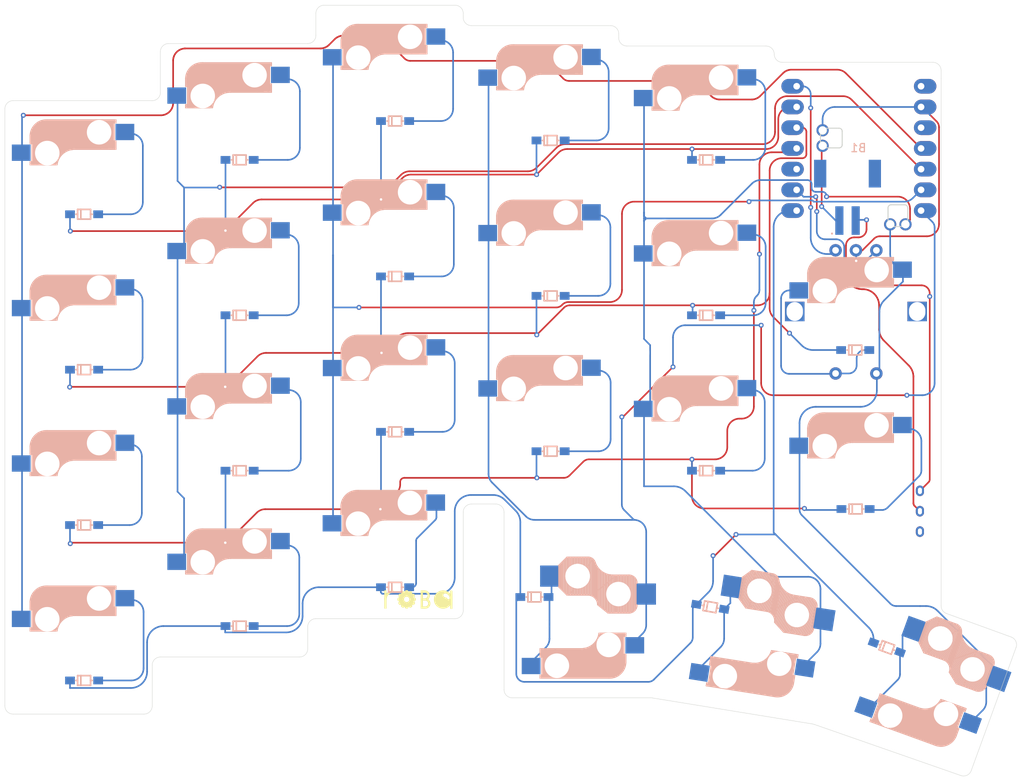
<source format=kicad_pcb>
(kicad_pcb (version 20240108) (generator "pcbnew") (generator_version "8.0")
  (layers (0 "F.Cu" signal) (31 "B.Cu" signal) (34 "B.Paste" user) (35 "F.Paste" user) (36 "B.SilkS" user "B.Silkscreen") (37 "F.SilkS" user "F.Silkscreen") (38 "B.Mask" user) (39 "F.Mask" user) (44 "Edge.Cuts" user))
  (net 0 "")
  (net 1 "Bat")
  (net 2 "Net-(B1--)")
  (net 3 "Net-(D1-A)")
  (net 4 "Row0")
  (net 5 "Net-(D2-A)")
  (net 6 "Row1")
  (net 7 "Net-(D3-A)")
  (net 8 "Row2")
  (net 9 "Net-(D4-A)")
  (net 10 "Row3")
  (net 11 "Net-(D5-A)")
  (net 12 "Net-(D6-A)")
  (net 13 "Net-(D7-A)")
  (net 14 "Net-(D8-A)")
  (net 15 "Net-(D9-A)")
  (net 16 "Net-(D10-A)")
  (net 17 "Net-(D11-A)")
  (net 18 "Net-(D12-A)")
  (net 19 "Net-(D13-A)")
  (net 20 "Net-(D14-A)")
  (net 21 "Net-(D15-A)")
  (net 22 "Net-(D16-A)")
  (net 23 "Net-(D17-A)")
  (net 24 "Net-(D18-A)")
  (net 25 "Net-(D19-A)")
  (net 26 "Net-(D20-A)")
  (net 27 "Net-(D21-A)")
  (net 28 "Col0")
  (net 29 "Col1")
  (net 30 "Col2")
  (net 31 "Col3")
  (net 32 "Col4")
  (net 33 "Col5")
  (net 34 "Net-(D22-A)")
  (net 35 "GND")
  (net 36 "VCC")
  (net 38 "Net-(D23-A)")
  (net 40 "RE_B")
  (net 42 "RE_A1")
  (footprint "roBa:Diode_SMD" (layer "F.Cu") (at 169.822778 86.380001)
    (property "Reference" "D18")
    (property "Value" "D" (hide yes))
  )
  (footprint "roBa:Diode_SMD" (layer "F.Cu") (at 169.822778 67.33)
    (property "Reference" "D17")
    (property "Value" "D" (hide yes))
  )
  (footprint "roBa:SW_MX" (layer "F.Cu") (at 152.85 78.85525 180)
    (property "Reference" "SW14" (hide yes))
    (property "Value" "SW_PUSH" (hide yes))
  )
  (footprint "roBa:Diode_SMD" (layer "F.Cu") (at 148.792778 120.92)
    (property "Reference" "D16")
    (property "Value" "D" (hide yes))
  )
  (footprint "roBa:Diode_SMD" (layer "F.Cu") (at 112.672778 105.430001)
    (property "Reference" "D7")
    (property "Value" "D" (hide yes))
  )
  (footprint "roBa:SW_MX" (layer "F.Cu") (at 171.9 81.3555 180)
    (property "Reference" "SW18" (hide yes))
    (property "Value" "SW_PUSH" (hide yes))
  )
  (footprint "roBa:SW_MX" (layer "F.Cu") (at 133.77566 114.435 180)
    (property "Reference" "SW12" (hide yes))
    (property "Value" "SW_PUSH" (hide yes))
  )
  (footprint "roBa:SW_MX_Choc" (layer "F.Cu") (at 199.272833 131.574401 -20)
    (property "Reference" "SW23" (hide yes))
    (property "Value" "SW_PUSH" (hide yes))
  )
  (footprint "roBa:Diode_SMD" (layer "F.Cu") (at 150.772778 103.048751)
    (property "Reference" "D15")
    (property "Value" "D" (hide yes))
  )
  (footprint "roBa:SW_MX" (layer "F.Cu") (at 171.9 100.4055 180)
    (property "Reference" "SW19" (hide yes))
    (property "Value" "SW_PUSH" (hide yes))
  )
  (footprint "roBa:SW_MX" (layer "F.Cu") (at 95.7 69.005 180)
    (property "Reference" "SW1" (hide yes))
    (property "Value" "SW_PUSH" (hide yes))
  )
  (footprint "roBa:SW_MX" (layer "F.Cu") (at 152.85 59.805249 180)
    (property "Reference" "SW13" (hide yes))
    (property "Value" "SW_PUSH" (hide yes))
  )
  (footprint "MountingHole:MountingHole_4.3mm_M4" (layer "F.Cu") (at 188.30934 131.03)
    (property "Reference" "J7" (hide yes))
    (property "Value" "Conn_01x01-Connector_Generic" (hide yes))
  )
  (footprint "roBa:Diode_SMD" (layer "F.Cu") (at 131.722778 81.617501)
    (property "Reference" "D10")
    (property "Value" "D" (hide yes))
  )
  (footprint "MountingHole:MountingHole_4.3mm_M4" (layer "F.Cu") (at 106.36934 109.71)
    (property "Reference" "J2" (hide yes))
    (property "Value" "Conn_01x01-Connector_Generic" (hide yes))
  )
  (footprint "roBa:SW_MX" (layer "F.Cu") (at 133.8 76.355 180)
    (property "Reference" "SW10" (hide yes))
    (property "Value" "SW_PUSH" (hide yes))
  )
  (footprint "roBa:Diode_SMD" (layer "F.Cu") (at 131.722778 119.717501)
    (property "Reference" "D12")
    (property "Value" "D" (hide yes))
  )
  (footprint "MountingHole:MountingHole_4.3mm_M4" (layer "F.Cu") (at 167.54934 126.45)
    (property "Reference" "J6" (hide yes))
    (property "Value" "Conn_01x01-Connector_Generic" (hide yes))
  )
  (footprint "roBa:Diode_SMD" (layer "F.Cu") (at 93.622778 93.047501)
    (property "Reference" "D2")
    (property "Value" "D" (hide yes))
  )
  (footprint "roBa:Diode_SMD" (layer "F.Cu") (at 188.133438 110.13)
    (property "Reference" "D22")
    (property "Value" "D" (hide yes))
  )
  (footprint "roBa:SW_MX" (layer "F.Cu") (at 133.8 57.305 180)
    (property "Reference" "SW9" (hide yes))
    (property "Value" "SW_PUSH" (hide yes))
  )
  (footprint "roBa:SW_MX" (layer "F.Cu") (at 152.85 97.90525 180)
    (property "Reference" "SW15" (hide yes))
    (property "Value" "SW_PUSH" (hide yes))
  )
  (footprint "roBa:SW_MX" (layer "F.Cu") (at 133.8 95.405 180)
    (property "Reference" "SW11" (hide yes))
    (property "Value" "SW_PUSH" (hide yes))
  )
  (footprint "roBa:SW_MX" (layer "F.Cu") (at 114.75 62.005499 180)
    (property "Reference" "SW5" (hide yes))
    (property "Value" "SW_PUSH" (hide yes))
  )
  (footprint "roBa:Diode_SMD" (layer "F.Cu") (at 93.622778 73.997501)
    (property "Reference" "D1")
    (property "Value" "D" (hide yes))
  )
  (footprint "roBa:SW_MX" (layer "F.Cu") (at 95.7 126.155 180)
    (property "Reference" "SW4" (hide yes))
    (property "Value" "SW_PUSH" (hide yes))
  )
  (footprint "MountingHole:MountingHole_4.3mm_M4" (layer "F.Cu") (at 163.48934 90.96)
    (property "Reference" "J4" (hide yes))
    (property "Value" "Conn_01x01-Connector_Generic" (hide yes))
  )
  (footprint "roBa:SW_MX" (layer "F.Cu") (at 171.9 62.305499 180)
    (property "Reference" "SW17" (hide yes))
    (property "Value" "SW_PUSH" (hide yes))
  )
  (footprint "MountingHole:MountingHole_4.3mm_M4" (layer "F.Cu") (at 106.35934 71.61)
    (property "Reference" "J1" (hide yes))
    (property "Value" "Conn_01x01-Connector_Generic" (hide yes))
  )
  (footprint "roBa:SW_MX" (layer "F.Cu") (at 190.95 104.93 180)
    (property "Reference" "SW22" (hide yes))
    (property "Value" "SW_PUSH" (hide yes))
  )
  (footprint "roBa:Diode_SMD" (layer "F.Cu") (at 93.622778 131.147501)
    (property "Reference" "D4")
    (property "Value" "D" (hide yes))
  )
  (footprint "roBa:Diode_SMD" (layer "F.Cu") (at 169.822778 105.430001)
    (property "Reference" "D19")
    (property "Value" "D" (hide yes))
  )
  (footprint "roBa:SW_MX" (layer "F.Cu") (at 114.75 81.0555 180)
    (property "Reference" "SW6" (hide yes))
    (property "Value" "SW_PUSH" (hide yes))
  )
  (footprint "roBa:SW_MX_EC12" (layer "F.Cu") (at 190.99 85.89 180)
    (property "Reference" "SW21" (hide yes))
    (property "Value" "RotaryEncoder_Switch" (hide yes))
  )
  (footprint "roBa:Diode_SMD" (layer "F.Cu") (at 112.672778 67.33)
    (property "Reference" "D5")
    (property "Value" "D" (hide yes))
  )
  (footprint "roBa:SW_MX" (layer "F.Cu") (at 95.7 107.105 180)
    (property "Reference" "SW3" (hide yes))
    (property "Value" "SW_PUSH" (hide yes))
  )
  (footprint "roBa:Diode_SMD" (layer "F.Cu") (at 192.129726 126.14981 -20)
    (property "Reference" "D23")
    (property "Value" "D" (hide yes))
  )
  (footprint "roBa:SW_MX" (layer "F.Cu") (at 95.7 88.055 180)
    (property "Reference" "SW2" (hide yes))
    (property "Value" "SW_PUSH" (hide yes))
  )
  (footprint "roBa:SW_MX_Choc" (layer "F.Cu") (at 156.867 124.280251)
    (property "Reference" "SW16" (hide yes))
    (property "Value" "SW_PUSH" (hide yes))
  )
  (footprint "roBa:Diode_SMD" (layer "F.Cu") (at 112.672778 124.480001)
    (property "Reference" "D8")
    (property "Value" "D" (hide yes))
  )
  (footprint "roBa:Diode_SMD" (layer "F.Cu") (at 150.772778 83.998751)
    (property "Reference" "D14")
    (property "Value" "D" (hide yes))
  )
  (footprint "roBa:Diode_SMD" (layer "F.Cu") (at 93.622778 112.097501)
    (property "Reference" "D3")
    (property "Value" "D" (hide yes))
  )
  (footprint "roBa:SW_MX" (layer "F.Cu") (at 114.75 119.1555 180)
    (property "Reference" "SW8" (hide yes))
    (property "Value" "SW_PUSH" (hide yes))
  )
  (footprint "roBa:Diode_SMD" (layer "F.Cu") (at 131.722778 62.567501)
    (property "Reference" "D9")
    (property "Value" "D" (hide yes))
  )
  (footprint "roBa:Diode_SMD" (layer "F.Cu") (at 112.672778 86.380001)
    (property "Reference" "D6")
    (property "Value" "D" (hide yes))
  )
  (footprint "roBa:Diode_SMD" (layer "F.Cu") (at 188.093438 90.64)
    (property "Reference" "D21")
    (property "Value" "D" (hide yes))
  )
  (footprint "MountingHole:MountingHole_4.3mm_M4" (layer "F.Cu") (at 196.85 118.425)
    (property "Reference" "J5" (hide yes))
    (property "Value" "Conn_01x01-Connector_Generic" (hide yes))
  )
  (footprint "roBa:Diode_SMD" (layer "F.Cu") (at 131.722778 100.667501)
    (property "Reference" "D11")
    (property "Value" "D" (hide yes))
  )
  (footprint "roBa:Diode_SMD" (layer "F.Cu") (at 150.772778 64.94875)
    (property "Reference" "D13")
    (property "Value" "D" (hide yes))
  )
  (footprint "roBa:SW_MX" (layer "F.Cu") (at 114.75 100.1055 180)
    (property "Reference" "SW7" (hide yes))
    (property "Value" "SW_PUSH" (hide yes))
  )
  (footprint "roBa:XIAO_nRF52840_wBAT_wNFC_1" (layer "F.Cu") (at 191.31934 55.424)
    (property "Reference" "U1" (hide yes))
    (property "Value" "~" (hide yes))
    (fp_line (start -4.707753 9.749447) (end -4.707753 8.708047) (stroke (width 0.12)) (layer "Edge.Cuts"))
    (fp_line (start -4.021953 8.022247) (end -2.421753 8.022247) (stroke (width 0.12)) (layer "Edge.Cuts"))
    (fp_line (start -2.421753 10.435247) (end -4.021953 10.435247) (stroke (width 0.12)) (layer "Edge.Cuts"))
    (fp_line (start -2.040753 8.403247) (end -2.040753 10.054247) (stroke (width 0.12)) (layer "Edge.Cuts"))
    (fp_line (start 3.572247 19.391953) (end 3.572247 17.791753) (stroke (width 0.12)) (layer "Edge.Cuts"))
    (fp_line (start 3.953247 17.410753) (end 5.604247 17.410753) (stroke (width 0.12)) (layer "Edge.Cuts"))
    (fp_line (start 5.299447 20.077753) (end 4.258047 20.077753) (stroke (width 0.12)) (layer "Edge.Cuts"))
    (fp_line (start 5.985247 17.791753) (end 5.985247 19.391953) (stroke (width 0.12)) (layer "Edge.Cuts"))
    (fp_arc (start -4.707753 9.749447) (mid -4.104144 9.831638) (end -4.021953 10.435247) (stroke (width 0.12)) (layer "Edge.Cuts"))
    (fp_arc (start -4.021953 8.022247) (mid -4.104144 8.625856) (end -4.707753 8.708047) (stroke (width 0.12)) (layer "Edge.Cuts"))
    (fp_arc (start -2.421753 8.022247) (mid -2.152343 8.133837) (end -2.040753 8.403247) (stroke (width 0.12)) (layer "Edge.Cuts"))
    (fp_arc (start -2.040753 10.054247) (mid -2.152344 10.323656) (end -2.421753 10.435247) (stroke (width 0.12)) (layer "Edge.Cuts"))
    (fp_arc (start 3.572247 17.791753) (mid 3.683838 17.522342) (end 3.953247 17.410753) (stroke (width 0.12)) (layer "Edge.Cuts"))
    (fp_arc (start 3.572247 19.391953) (mid 4.175856 19.474144) (end 4.258047 20.077753) (stroke (width 0.12)) (layer "Edge.Cuts"))
    (fp_arc (start 5.299447 20.077753) (mid 5.38164 19.474141) (end 5.985247 19.391953) (stroke (width 0.12)) (layer "Edge.Cuts"))
    (fp_arc (start 5.604247 17.410753) (mid 5.873656 17.522344) (end 5.985247 17.791753) (stroke (width 0.12)) (layer "Edge.Cuts"))
  )
  (footprint "roBa:SW_MX_Choc" (layer "F.Cu") (at 178.20034 126.019949 -9)
    (property "Reference" "SW20" (hide yes))
    (property "Value" "SW_PUSH" (hide yes))
  )
  (footprint "roBa:Diode_SMD" (layer "F.Cu") (at 170.3803 121.637584 -10)
    (property "Reference" "D20")
    (property "Value" "D" (hide yes))
  )
  (footprint "MountingHole:MountingHole_4.3mm_M4" (layer "F.Cu") (at 161.31934 69.41)
    (property "Reference" "J3" (hide yes))
    (property "Value" "Conn_01x01-Connector_Generic" (hide yes))
  )
  (footprint "roBa:JST_S2B-PH-SM4-TB" (layer "B.Cu") (at 189.93 74.765 180)
    (property "Reference" "B1")
    (property "Value" "BATT")
  )
  (footprint "roBa:TGSW_MSK-12D19" (layer "B.Cu") (at 201.55 110.4 90)
    (property "Reference" "SW24")
    (property "Value" "SW_SPDT" (hide yes))
  )
  (gr_poly (pts (xy 135.354782 121.696764) (xy 135.357829 121.697073) (xy 135.360873 121.697552) (xy 135.363907 121.698202) (xy 135.366925 121.699026) (xy 135.369921 121.700027) (xy 135.372887 121.701207) (xy 135.375818 121.702568) (xy 135.378706 121.704112) (xy 135.75534 121.9216) (xy 135.758137 121.923306) (xy 135.760794 121.925144) (xy 135.763312 121.927107) (xy 135.765689 121.929189) (xy 135.767924 121.931381) (xy 135.770016 121.933678) (xy 135.771963 121.936071) (xy 135.773764 121.938554) (xy 135.775418 121.94112) (xy 135.776924 121.943761) (xy 135.77828 121.94647) (xy 135.779486 121.94924) (xy 135.780539 121.952065) (xy 135.781439 121.954936) (xy 135.782185 121.957847) (xy 135.782775 121.960791) (xy 135.783208 121.963761) (xy 135.783482 121.966749) (xy 135.783598 121.969748) (xy 135.783552 121.972752) (xy 135.783345 121.975752) (xy 135.782974 121.978743) (xy 135.782439 121.981717) (xy 135.781739 121.984666) (xy 135.780872 121.987584) (xy 135.779836 121.990463) (xy 135.778632 121.993297) (xy 135.777256 121.996078) (xy 135.775709 121.998799) (xy 135.773989 122.001453) (xy 135.772095 122.004033) (xy 135.770025 122.006531) (xy 135.75229 122.025946) (xy 135.730759 122.048067) (xy 135.705173 122.072737) (xy 135.675271 122.099797) (xy 135.640793 122.12909) (xy 135.601477 122.160457) (xy 135.557064 122.19374) (xy 135.532865 122.211051) (xy 135.507294 122.228781) (xy 135.506897 122.229178) (xy 135.503555 122.23128) (xy 135.50009 122.233121) (xy 135.496517 122.234701) (xy 135.492851 122.236018) (xy 135.489109 122.237073) (xy 135.485305 122.237864) (xy 135.481456 122.238391) (xy 135.477578 122.238654) (xy 135.473685 122.238651) (xy 135.469794 122.238383) (xy 135.465921 122.237849) (xy 135.462081 122.237048) (xy 135.45829 122.235979) (xy 135.454563 122.234642) (xy 135.450916 122.233037) (xy 135.447366 122.231162) (xy 135.264406 122.125593) (xy 135.261068 122.12347) (xy 135.257906 122.121128) (xy 135.254927 122.11858) (xy 135.25214 122.115839) (xy 135.249553 122.112919) (xy 135.247175 122.109834) (xy 135.245012 122.106596) (xy 135.243074 122.10322) (xy 135.241369 122.099717) (xy 135.239904 122.096103) (xy 135.238688 122.09239) (xy 135.237729 122.088591) (xy 135.237035 122.08472) (xy 135.236614 122.080791) (xy 135.236475 122.076816) (xy 135.236625 122.072809) (xy 135.239177 122.041743) (xy 135.242051 122.012081) (xy 135.245213 121.983805) (xy 135.24863 121.956897) (xy 135.252271 121.931337) (xy 135.256103 121.907108) (xy 135.260092 121.88419) (xy 135.264208 121.862565) (xy 135.272685 121.823119) (xy 135.281273 121.788622) (xy 135.289713 121.758925) (xy 135.297744 121.733878) (xy 135.298902 121.730845) (xy 135.300214 121.727924) (xy 135.301673 121.725116) (xy 135.303274 121.722425) (xy 135.305008 121.719853) (xy 135.30687 121.717403) (xy 135.308854 121.715076) (xy 135.310952 121.712875) (xy 135.313158 121.710802) (xy 135.315466 121.708861) (xy 135.317869 121.707052) (xy 135.320361 121.70538) (xy 135.322934 121.703845) (xy 135.325583 121.702451) (xy 135.328301 121.7012) (xy 135.331081 121.700094) (xy 135.333917 121.699136) (xy 135.336802 121.698327) (xy 135.33973 121.697672) (xy 135.342694 121.697171) (xy 135.345688 121.696827) (xy 135.348705 121.696643) (xy 135.351739 121.696621)) (stroke (width -0.000001)) (fill solid) (layer "F.SilkS"))
  (gr_poly (pts (xy 133.457831 122.347844) (xy 133.176447 122.347844) (xy 133.176447 120.09796) (xy 133.457831 120.09796)) (stroke (width -0.000001)) (fill solid) (layer "F.SilkS"))
  (gr_poly (pts (xy 135.969117 120.220683) (xy 136.019112 120.224483) (xy 136.068378 120.230741) (xy 136.116855 120.239394) (xy 136.16448 120.250382) (xy 136.211191 120.263642) (xy 136.256927 120.279112) (xy 136.301626 120.296732) (xy 136.345227 120.316438) (xy 136.387667 120.33817) (xy 136.428884 120.361865) (xy 136.468818 120.387463) (xy 136.507405 120.4149) (xy 136.544586 120.444115) (xy 136.580296 120.475047) (xy 136.614476 120.507634) (xy 136.647062 120.541813) (xy 136.677994 120.577524) (xy 136.707209 120.614704) (xy 136.734647 120.653291) (xy 136.760244 120.693225) (xy 136.783939 120.734442) (xy 136.805671 120.776882) (xy 136.825378 120.820483) (xy 136.842997 120.865182) (xy 136.858468 120.910918) (xy 136.871728 120.957629) (xy 136.882715 121.005254) (xy 136.891369 121.053731) (xy 136.897626 121.102997) (xy 136.901426 121.152992) (xy 136.902706 121.203653) (xy 136.901426 121.254314) (xy 136.897626 121.304309) (xy 136.891369 121.353575) (xy 136.882715 121.402052) (xy 136.871728 121.449677) (xy 136.858468 121.496388) (xy 136.842997 121.542124) (xy 136.825378 121.586824) (xy 136.805671 121.630424) (xy 136.783939 121.672864) (xy 136.760244 121.714081) (xy 136.734647 121.754015) (xy 136.70721 121.792603) (xy 136.677994 121.829783) (xy 136.647062 121.865493) (xy 136.614476 121.899673) (xy 136.580296 121.932259) (xy 136.544586 121.963191) (xy 136.507406 121.992406) (xy 136.468818 122.019844) (xy 136.428884 122.045441) (xy 136.387667 122.069136) (xy 136.345227 122.090868) (xy 136.301627 122.110575) (xy 136.256927 122.128194) (xy 136.211191 122.143665) (xy 136.16448 122.156925) (xy 136.116855 122.167912) (xy 136.068378 122.176566) (xy 136.019112 122.182823) (xy 135.969117 122.186623) (xy 135.918456 122.187903) (xy 135.867795 122.186623) (xy 135.8178 122.182823) (xy 135.768534 122.176566) (xy 135.720057 122.167912) (xy 135.672432 122.156925) (xy 135.625721 122.143665) (xy 135.579985 122.128194) (xy 135.535286 122.110575) (xy 135.491685 122.090868) (xy 135.449245 122.069136) (xy 135.408028 122.045441) (xy 135.368094 122.019844) (xy 135.329507 121.992406) (xy 135.292327 121.963191) (xy 135.256616 121.932259) (xy 135.222437 121.899673) (xy 135.18985 121.865493) (xy 135.158918 121.829783) (xy 135.129703 121.792603) (xy 135.102266 121.754015) (xy 135.076668 121.714081) (xy 135.052973 121.672864) (xy 135.031241 121.630424) (xy 135.011535 121.586824) (xy 134.993915 121.542124) (xy 134.978445 121.496388) (xy 134.965185 121.449677) (xy 134.954197 121.402052) (xy 134.945544 121.353575) (xy 134.939286 121.304309) (xy 134.935486 121.254314) (xy 134.934206 121.203653) (xy 135.590241 121.203653) (xy 135.590667 121.220552) (xy 135.591934 121.237228) (xy 135.59402 121.253661) (xy 135.596904 121.26983) (xy 135.600567 121.285714) (xy 135.604988 121.301293) (xy 135.610145 121.316546) (xy 135.616019 121.331453) (xy 135.622589 121.345993) (xy 135.629834 121.360146) (xy 135.637733 121.373891) (xy 135.646267 121.387207) (xy 135.655415 121.400074) (xy 135.665156 121.412472) (xy 135.675469 121.424379) (xy 135.686334 121.435775) (xy 135.69773 121.446641) (xy 135.709638 121.456954) (xy 135.722035 121.466694) (xy 135.734902 121.475842) (xy 135.748218 121.484376) (xy 135.761963 121.492276) (xy 135.776116 121.499521) (xy 135.790656 121.506091) (xy 135.805563 121.511964) (xy 135.820816 121.517122) (xy 135.836395 121.521542) (xy 135.852279 121.525205) (xy 135.868448 121.52809) (xy 135.884881 121.530175) (xy 135.901557 121.531442) (xy 135.918456 121.531869) (xy 135.935355 121.531442) (xy 135.952031 121.530175) (xy 135.968464 121.52809) (xy 135.984633 121.525205) (xy 136.000517 121.521542) (xy 136.016096 121.517122) (xy 136.031349 121.511964) (xy 136.046256 121.506091) (xy 136.060796 121.499521) (xy 136.074949 121.492276) (xy 136.088694 121.484376) (xy 136.10201 121.475842) (xy 136.114877 121.466694) (xy 136.127275 121.456954) (xy 136.139182 121.446641) (xy 136.150578 121.435776) (xy 136.161444 121.424379) (xy 136.171757 121.412472) (xy 136.181497 121.400074) (xy 136.190645 121.387207) (xy 136.199179 121.373891) (xy 136.207079 121.360146) (xy 136.214324 121.345993) (xy 136.220894 121.331453) (xy 136.226767 121.316546) (xy 136.231925 121.301293) (xy 136.236345 121.285714) (xy 136.240008 121.26983) (xy 136.242893 121.253661) (xy 136.244979 121.237228) (xy 136.246245 121.220552) (xy 136.246672 121.203653) (xy 136.246245 121.186754) (xy 136.244979 121.170078) (xy 136.242893 121.153645) (xy 136.240008 121.137477) (xy 136.236345 121.121592) (xy 136.231925 121.106013) (xy 136.226768 121.09076) (xy 136.220894 121.075853) (xy 136.214324 121.061313) (xy 136.207079 121.04716) (xy 136.199179 121.033415) (xy 136.190645 121.020099) (xy 136.181498 121.007232) (xy 136.171757 120.994835) (xy 136.161444 120.982927) (xy 136.150579 120.971531) (xy 136.139182 120.960666) (xy 136.127275 120.950353) (xy 136.114877 120.940612) (xy 136.10201 120.931464) (xy 136.088694 120.92293) (xy 136.074949 120.91503) (xy 136.060796 120.907785) (xy 136.046256 120.901216) (xy 136.031349 120.895342) (xy 136.016096 120.890185) (xy 136.000517 120.885764) (xy 135.984633 120.882101) (xy 135.968464 120.879217) (xy 135.952031 120.877131) (xy 135.935355 120.875864) (xy 135.918456 120.875437) (xy 135.918456 120.875438) (xy 135.901557 120.875865) (xy 135.884881 120.877131) (xy 135.868448 120.879217) (xy 135.852279 120.882102) (xy 135.836395 120.885764) (xy 135.820816 120.890185) (xy 135.805563 120.895342) (xy 135.790656 120.901216) (xy 135.776116 120.907786) (xy 135.761963 120.915031) (xy 135.748218 120.922931) (xy 135.734902 120.931465) (xy 135.722035 120.940612) (xy 135.709638 120.950353) (xy 135.69773 120.960666) (xy 135.686334 120.971531) (xy 135.675469 120.982928) (xy 135.665156 120.994835) (xy 135.655415 121.007232) (xy 135.646267 121.020099) (xy 135.637733 121.033416) (xy 135.629834 121.04716) (xy 135.622589 121.061313) (xy 135.616019 121.075853) (xy 135.610145 121.09076) (xy 135.604988 121.106014) (xy 135.600567 121.121593) (xy 135.596904 121.137477) (xy 135.59402 121.153645) (xy 135.591934 121.170078) (xy 135.590667 121.186754) (xy 135.590241 121.203653) (xy 134.934206 121.203653) (xy 134.935486 121.152992) (xy 134.939286 121.102997) (xy 134.945544 121.053731) (xy 134.954197 121.005254) (xy 134.965185 120.957629) (xy 134.978445 120.910918) (xy 134.993915 120.865182) (xy 135.011535 120.820483) (xy 135.031241 120.776882) (xy 135.052973 120.734442) (xy 135.076669 120.693225) (xy 135.102266 120.653291) (xy 135.129703 120.614704) (xy 135.158918 120.577524) (xy 135.18985 120.541813) (xy 135.222437 120.507634) (xy 135.256616 120.475047) (xy 135.292327 120.444115) (xy 135.329507 120.4149) (xy 135.368094 120.387463) (xy 135.408028 120.361865) (xy 135.449245 120.33817) (xy 135.491685 120.316438) (xy 135.535286 120.296732) (xy 135.579985 120.279112) (xy 135.625721 120.263642) (xy 135.672432 120.250382) (xy 135.720057 120.239394) (xy 135.768534 120.230741) (xy 135.8178 120.224483) (xy 135.867795 120.220683) (xy 135.918456 120.219403)) (stroke (width -0.000001)) (fill solid) (layer "F.SilkS"))
  (gr_poly (pts (xy 135.155922 121.338628) (xy 135.158903 121.338903) (xy 135.161864 121.339336) (xy 135.164798 121.339926) (xy 135.167698 121.340671) (xy 135.170558 121.341571) (xy 135.173371 121.342625) (xy 135.176129 121.34383) (xy 135.178826 121.345186) (xy 135.181455 121.346692) (xy 135.184008 121.348346) (xy 135.18648 121.350147) (xy 135.188863 121.352094) (xy 135.19115 121.354186) (xy 135.193334 121.356421) (xy 135.195409 121.358798) (xy 135.197367 121.361316) (xy 135.199202 121.363973) (xy 135.200906 121.366769) (xy 135.418394 121.743404) (xy 135.419939 121.746293) (xy 135.421304 121.749227) (xy 135.422488 121.752198) (xy 135.423496 121.755201) (xy 135.424328 121.758227) (xy 135.424988 121.761271) (xy 135.425477 121.764326) (xy 135.425798 121.767384) (xy 135.425952 121.770439) (xy 135.425943 121.773485) (xy 135.425771 121.776514) (xy 135.42544 121.77952) (xy 135.424951 121.782496) (xy 135.424307 121.785436) (xy 135.423509 121.788332) (xy 135.422561 121.791178) (xy 135.421464 121.793967) (xy 135.42022 121.796692) (xy 135.418831 121.799346) (xy 135.417301 121.801924) (xy 135.41563 121.804417) (xy 135.413821 121.806819) (xy 135.411877 121.809124) (xy 135.409799 121.811325) (xy 135.40759 121.813415) (xy 135.405251 121.815387) (xy 135.402785 121.817234) (xy 135.400195 121.81895) (xy 135.397482 121.820528) (xy 135.394648 121.821961) (xy 135.391696 121.823243) (xy 135.388628 121.824366) (xy 135.363451 121.832396) (xy 135.333661 121.840836) (xy 135.299108 121.849425) (xy 135.259644 121.857902) (xy 135.215119 121.866007) (xy 135.165386 121.873479) (xy 135.110295 121.880059) (xy 135.049697 121.885485) (xy 135.050094 121.885088) (xy 135.048087 121.885201) (xy 135.046087 121.885242) (xy 135.044095 121.885214) (xy 135.042112 121.885115) (xy 135.040141 121.884948) (xy 135.038183 121.884712) (xy 135.036239 121.884409) (xy 135.034312 121.88404) (xy 135.032403 121.883605) (xy 135.030513 121.883105) (xy 135.028645 121.882541) (xy 135.0268 121.881914) (xy 135.02498 121.881224) (xy 135.023186 121.880473) (xy 135.02142 121.87966) (xy 135.019683 121.878788) (xy 135.017979 121.877856) (xy 135.016307 121.876866) (xy 135.01467 121.875818) (xy 135.013069 121.874713) (xy 135.011507 121.873552) (xy 135.009984 121.872336) (xy 135.008502 121.871065) (xy 135.007064 121.86974) (xy 135.005671 121.868363) (xy 135.004323 121.866933) (xy 135.003024 121.865452) (xy 135.001775 121.863921) (xy 135.000577 121.86234) (xy 134.999433 121.86071) (xy 134.998343 121.859032) (xy 134.99731 121.857307) (xy 134.891741 121.674348) (xy 134.889866 121.670801) (xy 134.888261 121.667167) (xy 134.886925 121.663458) (xy 134.885856 121.659688) (xy 134.885055 121.655872) (xy 134.88452 121.652023) (xy 134.884252 121.648156) (xy 134.88425 121.644284) (xy 134.884512 121.640422) (xy 134.88504 121.636582) (xy 134.885831 121.63278) (xy 134.886885 121.629029) (xy 134.888203 121.625344) (xy 134.889782 121.621737) (xy 134.891623 121.618223) (xy 134.893725 121.614816) (xy 134.911451 121.589245) (xy 134.92875 121.565046) (xy 134.945604 121.542186) (xy 134.961994 121.520633) (xy 134.977903 121.500354) (xy 134.993312 121.481317) (xy 135.008204 121.46349) (xy 135.022561 121.446839) (xy 135.036364 121.431332) (xy 135.049595 121.416937) (xy 135.062238 121.403621) (xy 135.074272 121.391351) (xy 135.085681 121.380095) (xy 135.096447 121.36982) (xy 135.115975 121.352085) (xy 135.118509 121.350015) (xy 135.121119 121.348121) (xy 135.123799 121.346401) (xy 135.126543 121.344854) (xy 135.129342 121.343479) (xy 135.132191 121.342274) (xy 135.135082 121.341238) (xy 135.138008 121.340371) (xy 135.140963 121.339671) (xy 135.143939 121.339136) (xy 135.14693 121.338765) (xy 135.149929 121.338558) (xy 135.152929 121.338513)) (stroke (width -0.000001)) (fill solid) (layer "F.SilkS"))
  (gr_poly (pts (xy 134.301588 120.379344) (xy 134.258243 120.380445) (xy 134.215459 120.38371) (xy 134.17329 120.389087) (xy 134.131787 120.396522) (xy 134.091005 120.405961) (xy 134.050998 120.417351) (xy 134.011819 120.430639) (xy 133.973521 120.445771) (xy 133.936158 120.462694) (xy 133.899783 120.481354) (xy 133.86445 120.501697) (xy 133.830212 120.52367) (xy 133.797123 120.547221) (xy 133.765236 120.572294) (xy 133.734605 120.598837) (xy 133.705283 120.626796) (xy 133.677324 120.656118) (xy 133.650781 120.686749) (xy 133.625708 120.718636) (xy 133.602157 120.751725) (xy 133.580184 120.785963) (xy 133.559841 120.821296) (xy 133.541181 120.857671) (xy 133.524258 120.895034) (xy 133.509126 120.933332) (xy 133.495838 120.972511) (xy 133.484448 121.012519) (xy 133.475009 121.0533) (xy 133.467574 121.094803) (xy 133.462197 121.136973) (xy 133.458932 121.179756) (xy 133.457831 121.223101) (xy 133.457831 121.2231) (xy 133.176447 121.2231) (xy 133.177914 121.165296) (xy 133.182268 121.10824) (xy 133.189437 121.052003) (xy 133.19935 120.996656) (xy 133.211936 120.942271) (xy 133.227124 120.88892) (xy 133.244842 120.836673) (xy 133.265018 120.785602) (xy 133.287583 120.735777) (xy 133.312463 120.687271) (xy 133.339589 120.640155) (xy 133.368889 120.594499) (xy 133.400291 120.550376) (xy 133.433724 120.507856) (xy 133.469117 120.467011) (xy 133.506399 120.427912) (xy 133.545498 120.39063) (xy 133.586343 120.355237) (xy 133.628863 120.321804) (xy 133.672986 120.290402) (xy 133.718642 120.261102) (xy 133.765758 120.233976) (xy 133.814264 120.209096) (xy 133.864089 120.186531) (xy 133.91516 120.166355) (xy 133.967407 120.148637) (xy 134.020759 120.133449) (xy 134.075143 120.120863) (xy 134.13049 120.11095) (xy 134.186727 120.103781) (xy 134.243783 120.099427) (xy 134.301588 120.09796)) (stroke (width -0.000001)) (fill solid) (layer "F.SilkS"))
  (gr_poly (pts (xy 138.129447 120.09796) (xy 138.162894 120.09896) (xy 138.195402 120.101498) (xy 138.227015 120.105549) (xy 138.25778 120.111088) (xy 138.287743 120.118089) (xy 138.316949 120.126528) (xy 138.345445 120.136379) (xy 138.373277 120.147619) (xy 138.40049 120.160221) (xy 138.42713 120.174161) (xy 138.453243 120.189413) (xy 138.478876 120.205953) (xy 138.504074 120.223756) (xy 138.528883 120.242797) (xy 138.553349 120.26305) (xy 138.577518 120.284491) (xy 138.600729 120.307426) (xy 138.622302 120.332032) (xy 138.642253 120.358095) (xy 138.660602 120.385396) (xy 138.677364 120.413721) (xy 138.692558 120.442853) (xy 138.706201 120.472576) (xy 138.71831 120.502673) (xy 138.728903 120.532928) (xy 138.737997 120.563125) (xy 138.74561 120.593048) (xy 138.751759 120.62248) (xy 138.756461 120.651205) (xy 138.759735 120.679006) (xy 138.761597 120.705669) (xy 138.762065 120.730975) (xy 138.761068 120.764687) (xy 138.759991 120.782099) (xy 138.758481 120.799827) (xy 138.7565 120.817832) (xy 138.754014 120.836074) (xy 138.750986 120.854512) (xy 138.747381 120.873106) (xy 138.743161 120.891817) (xy 138.738291 120.910604) (xy 138.732736 120.929427) (xy 138.726458 120.948246) (xy 138.719422 120.96702) (xy 138.711592 120.985711) (xy 138.702932 121.004277) (xy 138.693406 121.022678) (xy 138.684348 121.038927) (xy 138.675467 121.05409) (xy 138.666747 121.068242) (xy 138.658171 121.081459) (xy 138.64972 121.093819) (xy 138.641376 121.105397) (xy 138.633124 121.116268) (xy 138.624945 121.126511) (xy 138.616822 121.1362) (xy 138.608737 121.145411) (xy 138.592612 121.162707) (xy 138.576431 121.179007) (xy 138.560056 121.194922) (xy 138.569994 121.200922) (xy 138.580682 121.208281) (xy 138.592006 121.216889) (xy 138.603848 121.226635) (xy 138.616096 121.237409) (xy 138.628633 121.2491) (xy 138.641344 121.261598) (xy 138.654115 121.274793) (xy 138.66683 121.288574) (xy 138.679374 121.30283) (xy 138.691632 121.317451) (xy 138.703489 121.332328) (xy 138.714829 121.347348) (xy 138.725539 121.362402) (xy 138.735501 121.377379) (xy 138.744602 121.392169) (xy 138.752001 121.405202) (xy 138.759555 121.419414) (xy 138.767176 121.434758) (xy 138.774777 121.451185) (xy 138.782272 121.468647) (xy 138.789572 121.487096) (xy 138.79659 121.506482) (xy 138.803241 121.526759) (xy 138.809435 121.547878) (xy 138.815087 121.56979) (xy 138.820108 121.592447) (xy 138.824412 121.615802) (xy 138.827911 121.639805) (xy 138.830518 121.664409) (xy 138.832147 121.689565) (xy 138.832709 121.715225) (xy 138.83154 121.752129) (xy 138.828159 121.78822) (xy 138.822752 121.823409) (xy 138.815507 121.85761) (xy 138.806611 121.890734) (xy 138.796251 121.922694) (xy 138.784614 121.953401) (xy 138.771888 121.982768) (xy 138.758259 122.010708) (xy 138.743916 122.037132) (xy 138.729044 122.061952) (xy 138.713832 122.085082) (xy 138.698467 122.106432) (xy 138.683135 122.125916) (xy 138.668024 122.143445) (xy 138.653321 122.158932) (xy 138.630119 122.18128) (xy 138.605815 122.202324) (xy 138.580498 122.22204) (xy 138.554258 122.240409) (xy 138.527182 122.257408) (xy 138.499361 122.273016) (xy 138.470883 122.28721) (xy 138.441836 122.299971) (xy 138.412311 122.311276) (xy 138.382396 122.321104) (xy 138.352179 122.329433) (xy 138.321751 122.336242) (xy 138.291199 122.341509) (xy 138.260613 122.345213) (xy 138.230081 122.347331) (xy 138.199693 122.347844) (xy 137.639305 122.347844) (xy 137.639305 121.363197) (xy 137.918706 121.363197) (xy 137.918706 122.06646) (xy 138.20009 122.06646) (xy 138.216366 122.066958) (xy 138.23233 122.066654) (xy 138.248022 122.065526) (xy 138.263485 122.063551) (xy 138.27876 122.060709) (xy 138.293887 122.056979) (xy 138.308909 122.052338) (xy 138.323866 122.046764) (xy 138.3388 122.040238) (xy 138.353752 122.032737) (xy 138.368763 122.024239) (xy 138.383875 122.014723) (xy 138.399128 122.004168) (xy 138.414565 121.992552) (xy 138.430226 121.979853) (xy 138.446153 121.96605) (xy 138.458326 121.95453) (xy 138.469832 121.942315) (xy 138.480654 121.929433) (xy 138.490777 121.915914) (xy 138.500183 121.901788) (xy 138.508856 121.887086) (xy 138.516781 121.871835) (xy 138.523941 121.856067) (xy 138.530319 121.83981) (xy 138.5359 121.823094) (xy 138.540666 121.80595) (xy 138.544603 121.788405) (xy 138.547693 121.770492) (xy 138.549921 121.752238) (xy 138.551269 121.733674) (xy 138.551722 121.714828) (xy 138.551274 121.697684) (xy 138.549959 121.680534) (xy 138.547824 121.663456) (xy 138.544913 121.646529) (xy 138.541272 121.629829) (xy 138.536946 121.613435) (xy 138.531981 121.597424) (xy 138.526421 121.581875) (xy 138.520313 121.566866) (xy 138.513701 121.552474) (xy 138.506631 121.538777) (xy 138.499148 121.525854) (xy 138.491298 121.513782) (xy 138.483126 121.502638) (xy 138.474677 121.492502) (xy 138.465997 121.48345) (xy 138.454007 121.470458) (xy 138.441663 121.458001) (xy 138.428908 121.44612) (xy 138.415687 121.434858) (xy 138.401942 121.424256) (xy 138.387618 121.414357) (xy 138.372658 121.405202) (xy 138.357005 121.396832) (xy 138.340604 121.389291) (xy 138.332104 121.385844) (xy 138.323397 121.382619) (xy 138.314474 121.379623) (xy 138.305329 121.376859) (xy 138.295954 121.374334) (xy 138.286343 121.372052) (xy 138.276488 121.37002) (xy 138.266382 121.368241) (xy 138.256019 121.366722) (xy 138.245391 121.365467) (xy 138.234491 121.364482) (xy 138.223312 121.363772) (xy 138.211848 121.363342) (xy 138.20009 121.363197) (xy 137.918706 121.363197) (xy 137.639305 121.363197) (xy 137.639305 120.379741) (xy 137.91831 120.379741) (xy 137.91831 121.083003) (xy 137.918706 121.08221) (xy 138.129447 121.08221) (xy 138.146252 121.081816) (xy 138.163428 121.080608) (xy 138.180899 121.078542) (xy 138.19859 121.075574) (xy 138.216425 121.071663) (xy 138.234329 121.066764) (xy 138.252226 121.060835) (xy 138.27004 121.053833) (xy 138.287696 121.045715) (xy 138.305118 121.036437) (xy 138.322231 121.025957) (xy 138.33896 121.014232) (xy 138.355227 121.001219) (xy 138.370959 120.986874) (xy 138.386079 120.971155) (xy 138.400512 120.954019) (xy 138.408869 120.943047) (xy 138.416947 120.931706) (xy 138.424712 120.91999) (xy 138.432126 120.907895) (xy 138.439155 120.895413) (xy 138.445761 120.88254) (xy 138.451909 120.869268) (xy 138.457563 120.855594) (xy 138.462687 120.84151) (xy 138.467245 120.827011) (xy 138.471201 120.812091) (xy 138.474518 120.796745) (xy 138.47716 120.780966) (xy 138.479093 120.764748) (xy 138.480278 120.748087) (xy 138.480682 120.730975) (xy 138.480359 120.7166) (xy 138.479405 120.702353) (xy 138.477838 120.688241) (xy 138.475677 120.674271) (xy 138.472942 120.66045) (xy 138.469652 120.646785) (xy 138.465826 120.633282) (xy 138.461483 120.619949) (xy 138.456642 120.606793) (xy 138.451323 120.593821) (xy 138.445545 120.581039) (xy 138.439326 120.568455) (xy 138.432687 120.556075) (xy 138.425645 120.543907) (xy 138.418222 120.531958) (xy 138.410434 120.520235) (xy 138.399901 120.505969) (xy 138.388268 120.492092) (xy 138.375568 120.478678) (xy 138.361836 120.465801) (xy 138.347106 120.453532) (xy 138.331414 120.441946) (xy 138.314792 120.431116) (xy 138.297275 120.421115) (xy 138.278899 120.412016) (xy 138.269398 120.407828) (xy 138.259695 120.403893) (xy 138.249795 120.40022) (xy 138.239701 120.396818) (xy 138.229417 120.393697) (xy 138.218948 120.390866) (xy 138.208299 120.388333) (xy 138.197473 120.386108) (xy 138.186475 120.384201) (xy 138.175308 120.38262) (xy 138.163979 120.381374) (xy 138.152489 120.380473) (xy 138.140845 120.379925) (xy 138.12905 120.379741) (xy 137.91831 120.379741) (xy 137.639305 120.379741) (xy 137.639305 120.09796) (xy 138.129446 120.09796)) (stroke (width -0.000001)) (fill solid) (layer "F.SilkS"))
  (gr_poly (pts (xy 135.049697 120.521425) (xy 135.080763 120.523978) (xy 135.110425 120.526851) (xy 135.138701 120.530013) (xy 135.165609 120.533431) (xy 135.191169 120.537072) (xy 135.215398 120.540903) (xy 135.238316 120.544893) (xy 135.259941 120.549008) (xy 135.299387 120.557485) (xy 135.333884 120.566074) (xy 135.363581 120.574514) (xy 135.388628 120.582544) (xy 135.391661 120.583702) (xy 135.394583 120.585014) (xy 135.39739 120.586474) (xy 135.400081 120.588074) (xy 135.402653 120.589809) (xy 135.405104 120.591671) (xy 135.407431 120.593655) (xy 135.409631 120.595753) (xy 135.411704 120.597959) (xy 135.413645 120.600267) (xy 135.415454 120.60267) (xy 135.417126 120.605161) (xy 135.418661 120.607735) (xy 135.420055 120.610384) (xy 135.421306 120.613102) (xy 135.422412 120.615882) (xy 135.42337 120.618718) (xy 135.424178 120.621603) (xy 135.424834 120.624531) (xy 135.425335 120.627495) (xy 135.425679 120.630489) (xy 135.425863 120.633506) (xy 135.425885 120.636539) (xy 135.425742 120.639583) (xy 135.425433 120.64263) (xy 135.424954 120.645673) (xy 135.424304 120.648708) (xy 135.423479 120.651726) (xy 135.422479 120.654721) (xy 135.421299 120.657688) (xy 135.419938 120.660618) (xy 135.418394 120.663507) (xy 135.200906 121.040141) (xy 135.199201 121.042937) (xy 135.197362 121.045595) (xy 135.195399 121.048113) (xy 135.193318 121.05049) (xy 135.191125 121.052725) (xy 135.188828 121.054817) (xy 135.186435 121.056764) (xy 135.183952 121.058565) (xy 135.181387 121.060219) (xy 135.178746 121.061725) (xy 135.176037 121.063081) (xy 135.173266 121.064286) (xy 135.170442 121.06534) (xy 135.16757 121.06624) (xy 135.164659 121.066985) (xy 135.161715 121.067575) (xy 135.158745 121.068008) (xy 135.155757 121.068283) (xy 135.152758 121.068398) (xy 135.149754 121.068353) (xy 135.146754 121.068145) (xy 135.143763 121.067775) (xy 135.14079 121.06724) (xy 135.13784 121.06654) (xy 135.134922 121.065672) (xy 135.132043 121.064637) (xy 135.129209 121.063432) (xy 135.126429 121.062057) (xy 135.123708 121.06051) (xy 135.121054 121.05879) (xy 135.118474 121.056895) (xy 135.115975 121.054826) (xy 135.096561 121.03709) (xy 135.07444 121.01556) (xy 135.04977 120.989974) (xy 135.022709 120.960071) (xy 134.993417 120.925593) (xy 134.96205 120.886278) (xy 134.928766 120.841865) (xy 134.911456 120.817665) (xy 134.893725 120.792094) (xy 134.893328 120.791697) (xy 134.891226 120.788356) (xy 134.889385 120.78489) (xy 134.887805 120.781317) (xy 134.886488 120.777651) (xy 134.885434 120.773909) (xy 134.884642 120.770105) (xy 134.884115 120.766256) (xy 134.883853 120.762378) (xy 134.883855 120.758485) (xy 134.884123 120.754595) (xy 134.884657 120.750721) (xy 134.885459 120.746881) (xy 134.886527 120.74309) (xy 134.887864 120.739363) (xy 134.889469 120.735717) (xy 134.891344 120.732166) (xy 134.996912 120.549206) (xy 134.999036 120.545868) (xy 135.001378 120.542706) (xy 135.003926 120.539727) (xy 135.006667 120.536941) (xy 135.009587 120.534354) (xy 135.012672 120.531975) (xy 135.01591 120.529813) (xy 135.019286 120.527874) (xy 135.022788 120.526169) (xy 135.026403 120.524704) (xy 135.030116 120.523488) (xy 135.033915 120.522529) (xy 135.037786 120.521835) (xy 135.041715 120.521414) (xy 135.04569 120.521275)) (stroke (width -0.000001)) (fill solid) (layer "F.SilkS"))
  (gr_poly (pts (xy 136.026029 120.078549) (xy 136.028023 120.078656) (xy 136.030003 120.078833) (xy 136.03197 120.079079) (xy 136.03392 120.079394) (xy 136.035853 120.079776) (xy 136.037766 120.080225) (xy 136.039658 120.080739) (xy 136.041528 120.081318) (xy 136.043373 120.08196) (xy 136.045192 120.082665) (xy 136.046984 120.083431) (xy 136.048746 120.084258) (xy 136.050478 120.085145) (xy 136.052176 120.086091) (xy 136.05384 120.087095) (xy 136.055468 120.088156) (xy 136.057059 120.089273) (xy 136.05861 120.090445) (xy 136.06012 120.091671) (xy 136.061587 120.09295) (xy 136.06301 120.094282) (xy 136.064387 120.095665) (xy 136.065716 120.097098) (xy 136.066995 120.09858) (xy 136.068224 120.100112) (xy 136.069399 120.10169) (xy 136.070521 120.103315) (xy 136.071586 120.104986) (xy 136.072593 120.106702) (xy 136.073541 120.108461) (xy 136.074428 120.110263) (xy 136.087694 120.138312) (xy 136.099984 120.165311) (xy 136.111336 120.19126) (xy 136.121787 120.21616) (xy 136.131375 120.240011) (xy 136.140138 120.262814) (xy 136.148114 120.284569) (xy 136.155341 120.305277) (xy 136.167698 120.343555) (xy 136.17751 120.377651) (xy 136.185081 120.407571) (xy 136.190713 120.433319) (xy 136.191285 120.436549) (xy 136.191667 120.439762) (xy 136.191862 120.442953) (xy 136.191875 120.446114) (xy 136.19171 120.449242) (xy 136.191372 120.45233) (xy 136.190864 120.455373) (xy 136.190192 120.458366) (xy 136.189359 120.461301) (xy 136.18837 120.464175) (xy 136.187229 120.466982) (xy 136.185941 120.469715) (xy 136.18451 120.472369) (xy 136.18294 120.474939) (xy 136.181236 120.477419) (xy 136.179402 120.479803) (xy 136.177442 120.482086) (xy 136.175361 120.484263) (xy 136.173164 120.486327) (xy 136.170853 120.488273) (xy 136.168435 120.490096) (xy 136.165913 120.491789) (xy 136.163292 120.493348) (xy 136.160575 120.494767) (xy 136.157768 120.496039) (xy 136.154874 120.49716) (xy 136.151899 120.498124) (xy 136.148846 120.498925) (xy 136.145719 120.499558) (xy 136.142524 120.500017) (xy 136.139264 120.500297) (xy 136.135944 120.500391) (xy 135.700969 120.500391) (xy 135.697684 120.500298) (xy 135.694455 120.500022) (xy 135.691286 120.499568) (xy 135.688181 120.498942) (xy 135.685147 120.498149) (xy 135.682186 120.497194) (xy 135.679304 120.496084) (xy 135.676505 120.494822) (xy 135.673794 120.493416) (xy 135.671176 120.491869) (xy 135.668654 120.490188) (xy 135.666234 120.488378) (xy 135.66392 120.486444) (xy 135.661716 120.484391) (xy 135.659628 120.482225) (xy 135.65766 120.479952) (xy 135.655816 120.477576) (xy 135.654101 120.475104) (xy 135.65252 120.472539) (xy 135.651077 120.469889) (xy 135.649776 120.467158) (xy 135.648623 120.464351) (xy 135.647622 120.461474) (xy 135.646777 120.458533) (xy 135.646093 120.455532) (xy 135.645575 120.452478) (xy 135.645227 120.449375) (xy 135.645054 120.446228) (xy 135.64506 120.443044) (xy 135.64525 120.439828) (xy 135.645629 120.436584) (xy 135.6462 120.433319) (xy 135.651848 120.407555) (xy 135.659458 120.377595) (xy 135.66932 120.34345) (xy 135.68172 120.305129) (xy 135.696949 120.26264) (xy 135.715294 120.215993) (xy 135.737043 120.165198) (xy 135.762484 120.110263) (xy 135.762485 120.110263) (xy 135.76432 120.106702) (xy 135.766392 120.103315) (xy 135.768689 120.100111) (xy 135.771197 120.097098) (xy 135.773903 120.094282) (xy 135.776793 120.091671) (xy 135.779854 120.089273) (xy 135.783073 120.087095) (xy 135.786435 120.085145) (xy 135.789929 120.083431) (xy 135.79354 120.08196) (xy 135.797255 120.080739) (xy 135.80106 120.079776) (xy 135.804943 120.079079) (xy 135.80889 120.078656) (xy 135.812888 120.078513) (xy 136.024025 120.078513)) (stroke (width -0.000001)) (fill solid) (layer "F.SilkS"))
  (gr_poly (pts (xy 141.428484 120.116759) (xy 141.434179 120.117194) (xy 141.439792 120.11791) (xy 141.445317 120.1189) (xy 141.450745 120.120156) (xy 141.456071 120.121672) (xy 141.461286 120.123441) (xy 141.466384 120.125456) (xy 141.471357 120.127709) (xy 141.476199 120.130193) (xy 141.480903 120.132901) (xy 141.48546 120.135826) (xy 141.489865 120.138961) (xy 141.494109 120.142298) (xy 141.498187 120.145832) (xy 141.50209 120.149554) (xy 141.505812 120.153457) (xy 141.509345 120.157534) (xy 141.512683 120.161779) (xy 141.515818 120.166184) (xy 141.518743 120.170741) (xy 141.521451 120.175444) (xy 141.523935 120.180286) (xy 141.526188 120.18526) (xy 141.528202 120.190358) (xy 141.529971 120.195573) (xy 141.531488 120.200898) (xy 141.532744 120.206327) (xy 141.533734 120.211851) (xy 141.53445 120.217464) (xy 141.534884 120.223159) (xy 141.535031 120.228929) (xy 141.535031 122.366498) (xy 141.253647 122.366498) (xy 141.253647 120.116613) (xy 141.422715 120.116613)) (stroke (width -0.000001)) (fill solid) (layer "F.SilkS"))
  (gr_poly (pts (xy 136.363624 120.169052) (xy 136.367515 120.16932) (xy 136.371388 120.169855) (xy 136.375228 120.170656) (xy 136.37902 120.171725) (xy 136.382746 120.173061) (xy 136.386393 120.174667) (xy 136.389944 120.176541) (xy 136.572903 120.28211) (xy 136.576241 120.284233) (xy 136.579404 120.286576) (xy 136.582382 120.289124) (xy 136.585169 120.291864) (xy 136.587756 120.294784) (xy 136.590135 120.297869) (xy 136.592297 120.301107) (xy 136.594235 120.304484) (xy 136.595941 120.307986) (xy 136.597406 120.3116) (xy 136.598622 120.315314) (xy 136.599581 120.319112) (xy 136.600275 120.322983) (xy 136.600695 120.326913) (xy 136.600835 120.330888) (xy 136.600684 120.334894) (xy 136.598132 120.365961) (xy 136.595258 120.395622) (xy 136.592096 120.423898) (xy 136.588679 120.450807) (xy 136.585038 120.476366) (xy 136.581206 120.500596) (xy 136.577217 120.523514) (xy 136.573101 120.545139) (xy 136.564624 120.584585) (xy 136.556036 120.619082) (xy 136.547596 120.648779) (xy 136.539565 120.673825) (xy 136.538407 120.676859) (xy 136.537095 120.67978) (xy 136.535636 120.682587) (xy 136.534036 120.685278) (xy 136.532301 120.68785) (xy 136.530439 120.690301) (xy 136.528455 120.692628) (xy 136.526357 120.694829) (xy 136.524151 120.696901) (xy 136.521843 120.698843) (xy 136.51944 120.700651) (xy 136.516948 120.702324) (xy 136.514375 120.703858) (xy 136.511726 120.705252) (xy 136.509008 120.706504) (xy 136.506228 120.70761) (xy 136.503392 120.708568) (xy 136.500507 120.709376) (xy 136.497579 120.710032) (xy 136.494615 120.710533) (xy 136.491621 120.710876) (xy 136.488604 120.71106) (xy 136.485571 120.711082) (xy 136.482527 120.71094) (xy 136.47948 120.71063) (xy 136.476436 120.710152) (xy 136.473402 120.709501) (xy 136.470384 120.708677) (xy 136.467388 120.707676) (xy 136.464422 120.706497) (xy 136.461491 120.705136) (xy 136.458603 120.703591) (xy 136.081969 120.486103) (xy 136.079172 120.484398) (xy 136.076515 120.48256) (xy 136.073997 120.480596) (xy 136.07162 120.478515) (xy 136.069385 120.476322) (xy 136.067293 120.474026) (xy 136.065346 120.471632) (xy 136.063545 120.469149) (xy 136.061891 120.466584) (xy 136.060385 120.463943) (xy 136.059029 120.461234) (xy 136.057824 120.458463) (xy 136.05677 120.455639) (xy 136.05587 120.452767) (xy 136.055124 120.449856) (xy 136.054535 120.446912) (xy 136.054102 120.443943) (xy 136.053827 120.440955) (xy 136.053712 120.437955) (xy 136.053757 120.434952) (xy 136.053964 120.431951) (xy 136.054335 120.42896) (xy 136.05487 120.425987) (xy 136.05557 120.423038) (xy 136.056437 120.42012) (xy 136.057473 120.417241) (xy 136.058678 120.414407) (xy 136.060053 120.411626) (xy 136.0616 120.408905) (xy 136.06332 120.406251) (xy 136.065214 120.403671) (xy 136.067284 120.401172) (xy 136.085019 120.381758) (xy 136.10655 120.359637) (xy 136.132136 120.334967) (xy 136.162038 120.307907) (xy 136.196517 120.278614) (xy 136.235832 120.247247) (xy 136.280245 120.213964) (xy 136.304444 120.196653) (xy 136.330016 120.178922) (xy 136.330412 120.178525) (xy 136.333754 120.176423) (xy 136.337219 120.174582) (xy 136.340792 120.173003) (xy 136.344458 120.171685) (xy 136.348201 120.170631) (xy 136.352004 120.16984) (xy 136.355853 120.169313) (xy 136.359732 120.16905)) (stroke (width -0.000001)) (fill solid) (layer "F.SilkS"))
  (gr_poly (pts (xy 136.139626 121.907009) (xy 136.142855 121.907285) (xy 136.146024 121.907739) (xy 136.149128 121.908365) (xy 136.152163 121.909158) (xy 136.155123 121.910113) (xy 136.158005 121.911223) (xy 136.160804 121.912484) (xy 136.163515 121.913891) (xy 136.166134 121.915438) (xy 136.168656 121.917119) (xy 136.171076 121.918929) (xy 136.17339 121.920863) (xy 136.175593 121.922916) (xy 136.177681 121.925082) (xy 136.17965 121.927355) (xy 136.181493 121.929731) (xy 136.183208 121.932203) (xy 136.18479 121.934767) (xy 136.186233 121.937418) (xy 136.187533 121.940149) (xy 136.188687 121.942956) (xy 136.189688 121.945832) (xy 136.190533 121.948774) (xy 136.191216 121.951774) (xy 136.191735 121.954829) (xy 136.192082 121.957932) (xy 136.192256 121.961079) (xy 136.19225 121.964263) (xy 136.192059 121.967479) (xy 136.191681 121.970723) (xy 136.191109 121.973988) (xy 136.185462 121.999752) (xy 136.177851 122.029711) (xy 136.16799 122.063857) (xy 136.155589 122.102178) (xy 136.14036 122.144667) (xy 136.122016 122.191314) (xy 136.100267 122.242109) (xy 136.074825 122.297044) (xy 136.07299 122.300605) (xy 136.070917 122.303992) (xy 136.06862 122.307195) (xy 136.066112 122.310209) (xy 136.063406 122.313025) (xy 136.060516 122.315636) (xy 136.057455 122.318034) (xy 136.054237 122.320212) (xy 136.050874 122.322162) (xy 136.047381 122.323876) (xy 136.04377 122.325347) (xy 136.040055 122.326568) (xy 136.036249 122.327531) (xy 136.032366 122.328228) (xy 136.028419 122.328651) (xy 136.024422 122.328794) (xy 135.813284 122.328794) (xy 135.81128 122.328758) (xy 135.809287 122.328651) (xy 135.807306 122.328474) (xy 135.80534 122.328228) (xy 135.803389 122.327913) (xy 135.801457 122.327531) (xy 135.799543 122.327082) (xy 135.797651 122.326568) (xy 135.795781 122.325989) (xy 135.793936 122.325347) (xy 135.792117 122.324642) (xy 135.790325 122.323876) (xy 135.788563 122.323049) (xy 135.786832 122.322162) (xy 135.785133 122.321216) (xy 135.783469 122.320212) (xy 135.781841 122.319151) (xy 135.780251 122.318034) (xy 135.7787 122.316862) (xy 135.77719 122.315636) (xy 135.775722 122.314357) (xy 135.7743 122.313025) (xy 135.772923 122.311642) (xy 135.771594 122.310209) (xy 135.770314 122.308727) (xy 135.769086 122.307195) (xy 135.76791 122.305617) (xy 135.766789 122.303992) (xy 135.765724 122.302321) (xy 135.764716 122.300605) (xy 135.763768 122.298846) (xy 135.762881 122.297044) (xy 135.749615 122.268994) (xy 135.737325 122.241995) (xy 135.725974 122.216046) (xy 135.715523 122.191146) (xy 135.705935 122.167295) (xy 135.697171 122.144493) (xy 135.689195 122.122737) (xy 135.681968 122.102029) (xy 135.669612 122.063752) (xy 135.659799 122.029656) (xy 135.652228 121.999736) (xy 135.646597 121.973988) (xy 135.646024 121.970758) (xy 135.645642 121.967545) (xy 135.645447 121.964354) (xy 135.645434 121.961193) (xy 135.645599 121.958065) (xy 135.645938 121.954977) (xy 135.646445 121.951934) (xy 135.647118 121.948941) (xy 135.647951 121.946006) (xy 135.64894 121.943132) (xy 135.650081 121.940325) (xy 135.651369 121.937592) (xy 135.6528 121.934938) (xy 135.65437 121.932368) (xy 135.656074 121.929888) (xy 135.657908 121.927504) (xy 135.659868 121.925221) (xy 135.661948 121.923044) (xy 135.664146 121.92098) (xy 135.666456 121.919034) (xy 135.668875 121.917211) (xy 135.671397 121.915518) (xy 135.674018 121.913959) (xy 135.676735 121.91254) (xy 135.679542 121.911268) (xy 135.682436 121.910147) (xy 135.685411 121.909183) (xy 135.688464 121.908382) (xy 135.691591 121.907749) (xy 135.694786 121.90729) (xy 135.698046 121.90701) (xy 135.701366 121.906916) (xy 136.136341 121.906916)) (stroke (width -0.000001)) (fill solid) (layer "F.SilkS"))
  (gr_poly (pts (xy 135.164442 120.930796) (xy 135.16753 120.931135) (xy 135.170573 120.931643) (xy 135.173565 120.932315) (xy 135.176501 120.933148) (xy 135.179375 120.934137) (xy 135.182181 120.935278) (xy 135.184914 120.936566) (xy 135.187568 120.937997) (xy 135.190138 120.939567) (xy 135.192618 120.941271) (xy 135.195003 120.943105) (xy 135.197286 120.945065) (xy 135.199462 120.947146) (xy 135.201526 120.949343) (xy 135.203473 120.951653) (xy 135.205295 120.954072) (xy 135.206989 120.956594) (xy 135.208548 120.959215) (xy 135.209966 120.961932) (xy 135.211239 120.964739) (xy 135.21236 120.967633) (xy 135.213323 120.970608) (xy 135.214125 120.973661) (xy 135.214758 120.976788) (xy 135.215217 120.979983) (xy 135.215496 120.983243) (xy 135.21559 120.986563) (xy 135.21559 121.421538) (xy 135.215497 121.424823) (xy 135.215221 121.428052) (xy 135.214767 121.431221) (xy 135.214141 121.434325) (xy 135.213348 121.43736) (xy 135.212394 121.440321) (xy 135.211283 121.443203) (xy 135.210022 121.446001) (xy 135.208615 121.448712) (xy 135.207069 121.451331) (xy 135.205388 121.453853) (xy 135.203577 121.456273) (xy 135.201643 121.458587) (xy 135.199591 121.46079) (xy 135.197425 121.462878) (xy 135.195151 121.464847) (xy 135.192776 121.466691) (xy 135.190303 121.468406) (xy 135.187739 121.469987) (xy 135.185089 121.47143) (xy 135.182357 121.472731) (xy 135.179551 121.473884) (xy 135.176674 121.474885) (xy 135.173733 121.47573) (xy 135.170732 121.476414) (xy 135.167677 121.476932) (xy 135.164574 121.47728) (xy 135.161428 121.477453) (xy 135.158244 121.477447) (xy 135.155027 121.477257) (xy 135.151784 121.476878) (xy 135.148519 121.476307) (xy 135.122754 121.470659) (xy 135.092795 121.463048) (xy 135.05865 121.453187) (xy 135.020328 121.440786) (xy 134.977839 121.425558) (xy 134.931192 121.407213) (xy 134.880397 121.385464) (xy 134.825463 121.360022) (xy 134.821901 121.358187) (xy 134.818515 121.356115) (xy 134.815311 121.353818) (xy 134.812297 121.35131) (xy 134.809481 121.348604) (xy 134.806871 121.345714) (xy 134.804473 121.342653) (xy 134.802295 121.339434) (xy 134.800345 121.336072) (xy 134.798631 121.332578) (xy 134.79716 121.328967) (xy 134.795939 121.325252) (xy 134.794976 121.321447) (xy 134.794279 121.317564) (xy 134.793856 121.313617) (xy 134.793713 121.309619) (xy 134.793713 121.098482) (xy 134.793748 121.096477) (xy 134.793856 121.094484) (xy 134.794033 121.092504) (xy 134.794279 121.090537) (xy 134.794594 121.088587) (xy 134.794976 121.086654) (xy 134.795425 121.084741) (xy 134.795939 121.082849) (xy 134.796517 121.080979) (xy 134.79716 121.079134) (xy 134.797864 121.077314) (xy 134.798631 121.075523) (xy 134.799458 121.07376) (xy 134.800345 121.072029) (xy 134.801291 121.070331) (xy 134.802295 121.068667) (xy 134.803356 121.067038) (xy 134.804473 121.065448) (xy 134.805645 121.063897) (xy 134.806871 121.062387) (xy 134.80815 121.06092) (xy 134.809481 121.059497) (xy 134.810864 121.05812) (xy 134.812297 121.056791) (xy 134.81378 121.055512) (xy 134.815311 121.054283) (xy 134.81689 121.053108) (xy 134.818515 121.051986) (xy 134.820186 121.050921) (xy 134.821901 121.049914) (xy 134.82366 121.048966) (xy 134.825463 121.048079) (xy 134.853512 121.034813) (xy 134.880511 121.022523) (xy 134.90646 121.011171) (xy 134.93136 121.00072) (xy 134.955211 120.991132) (xy 134.978014 120.982369) (xy 134.999769 120.974393) (xy 135.020477 120.967166) (xy 135.058754 120.954809) (xy 135.092851 120.944997) (xy 135.122771 120.937426) (xy 135.148519 120.931794) (xy 135.151749 120.931221) (xy 135.154962 120.93084) (xy 135.158152 120.930644) (xy 135.161314 120.930631)) (stroke (width -0.000001)) (fill solid) (layer "F.SilkS"))
  (gr_poly (pts (xy 140.440018 120.099424) (xy 140.497166 120.103768) (xy 140.553482 120.110922) (xy 140.608895 120.120815) (xy 140.663335 120.133376) (xy 140.716732 120.148535) (xy 140.769013 120.166221) (xy 140.82011 120.186364) (xy 140.869951 120.208893) (xy 140.918466 120.233737) (xy 140.965583 120.260825) (xy 141.011233 120.290088) (xy 141.055345 120.321454) (xy 141.097848 120.354853) (xy 141.138671 120.390213) (xy 141.177744 120.427466) (xy 141.214996 120.466539) (xy 141.250357 120.507362) (xy 141.283756 120.549865) (xy 141.315122 120.593976) (xy 141.344384 120.639626) (xy 141.371473 120.686744) (xy 141.396317 120.735259) (xy 141.418846 120.7851) (xy 141.438989 120.836196) (xy 141.456675 120.888478) (xy 141.471834 120.941874) (xy 141.484395 120.996315) (xy 141.494288 121.051728) (xy 141.501442 121.108044) (xy 141.505786 121.165192) (xy 141.50725 121.223101) (xy 141.505786 121.281009) (xy 141.501442 121.338157) (xy 141.494288 121.394473) (xy 141.484395 121.449887) (xy 141.471834 121.504327) (xy 141.456675 121.557723) (xy 141.438989 121.610005) (xy 141.418846 121.661102) (xy 141.396317 121.710943) (xy 141.371473 121.759457) (xy 141.344384 121.806575) (xy 141.315122 121.852225) (xy 141.283756 121.896337) (xy 141.250357 121.938839) (xy 141.214996 121.979663) (xy 141.177744 122.018736) (xy 141.138671 122.055988) (xy 141.097848 122.091349) (xy 141.055345 122.124747) (xy 141.011233 122.156113) (xy 140.965583 122.185376) (xy 140.918466 122.212465) (xy 140.869951 122.237308) (xy 140.82011 122.259837) (xy 140.769013 122.27998) (xy 140.716732 122.297666) (xy 140.663335 122.312825) (xy 140.608895 122.325387) (xy 140.553482 122.33528) (xy 140.497166 122.342433) (xy 140.440018 122.346777) (xy 140.382109 122.348241) (xy 140.3242 122.346777) (xy 140.267052 122.342433) (xy 140.210736 122.33528) (xy 140.155323 122.325387) (xy 140.100883 122.312825) (xy 140.047486 122.297666) (xy 139.995204 122.27998) (xy 139.944108 122.259837) (xy 139.894267 122.237309) (xy 139.845752 122.212465) (xy 139.798634 122.185376) (xy 139.752985 122.156113) (xy 139.708873 122.124747) (xy 139.66637 122.091349) (xy 139.625547 122.055988) (xy 139.586474 122.018736) (xy 139.549221 121.979663) (xy 139.513861 121.938839) (xy 139.480462 121.896337) (xy 139.449096 121.852225) (xy 139.419833 121.806575) (xy 139.392745 121.759457) (xy 139.367901 121.710943) (xy 139.345372 121.661102) (xy 139.325229 121.610005) (xy 139.307543 121.557723) (xy 139.292384 121.504327) (xy 139.279823 121.449887) (xy 139.26993 121.394473) (xy 139.262776 121.338158) (xy 139.258432 121.28101) (xy 139.256968 121.223101) (xy 139.258432 121.165192) (xy 139.262776 121.108044) (xy 139.26993 121.051728) (xy 139.279823 120.996315) (xy 139.292384 120.941874) (xy 139.307543 120.888478) (xy 139.325229 120.836196) (xy 139.345372 120.7851) (xy 139.367901 120.735259) (xy 139.384721 120.702413) (xy 140.412745 120.702413) (xy 140.413363 120.714902) (xy 140.414644 120.727405) (xy 140.416591 120.73989) (xy 140.419208 120.752326) (xy 140.422499 120.764679) (xy 140.426467 120.776918) (xy 140.431116 120.789011) (xy 140.43645 120.800927) (xy 140.442471 120.812632) (xy 140.449185 120.824096) (xy 140.456594 120.835286) (xy 140.464702 120.84617) (xy 140.473513 120.856716) (xy 140.48303 120.866893) (xy 140.493257 120.876668) (xy 140.504198 120.886009) (xy 140.515856 120.894885) (xy 140.526 120.901849) (xy 140.536186 120.908256) (xy 140.556665 120.919551) (xy 140.577243 120.929077) (xy 140.597873 120.937139) (xy 140.618508 120.944043) (xy 140.6391 120.950095) (xy 140.679964 120.960865) (xy 140.720084 120.971895) (xy 140.739746 120.978273) (xy 140.759079 120.985632) (xy 140.778035 120.994281) (xy 140.796566 121.004523) (xy 140.805658 121.010337) (xy 140.814626 121.016665) (xy 140.823464 121.023544) (xy 140.832166 121.031013) (xy 140.848354 121.046033) (xy 140.862549 121.060033) (xy 140.874992 121.073082) (xy 140.885924 121.085248) (xy 140.895583 121.096601) (xy 140.90421 121.107208) (xy 140.91933 121.126461) (xy 140.926302 121.135244) (xy 140.933202 121.143556) (xy 140.940272 121.151466) (xy 140.947749 121.159042) (xy 140.955876 121.166353) (xy 140.964892 121.173468) (xy 140.975036 121.180454) (xy 140.98655 121.187382) (xy 140.996833 121.192686) (xy 141.006986 121.196942) (xy 141.016995 121.200186) (xy 141.026846 121.202456) (xy 141.036525 121.203788) (xy 141.046019 121.20422) (xy 141.055313 121.203789) (xy 141.064393 121.202531) (xy 141.073246 121.200485) (xy 141.081858 121.197687) (xy 141.090215 121.194174) (xy 141.098303 121.189984) (xy 141.106109 121.185153) (xy 141.113617 121.179719) (xy 141.120815 121.17372) (xy 141.127688 121.167191) (xy 141.134224 121.16017) (xy 141.140406 121.152695) (xy 141.146223 121.144802) (xy 141.15166 121.136528) (xy 141.156703 121.127911) (xy 141.161338 121.118989) (xy 141.165551 121.109797) (xy 141.169329 121.100373) (xy 141.172658 121.090755) (xy 141.175523 121.080978) (xy 141.177911 121.071082) (xy 141.179808 121.061102) (xy 141.181201 121.051076) (xy 141.182074 121.04104) (xy 141.182415 121.031033) (xy 141.182209 121.021091) (xy 141.180118 120.994789) (xy 141.176421 120.968747) (xy 141.171185 120.943012) (xy 141.16448 120.917631) (xy 141.156372 120.892649) (xy 141.14693 120.868114) (xy 141.136221 120.844072) (xy 141.124315 120.82057) (xy 141.111278 120.797653) (xy 141.097179 120.775369) (xy 141.082086 120.753764) (xy 141.066067 120.732885) (xy 141.04919 120.712778) (xy 141.031523 120.693489) (xy 141.013134 120.675065) (xy 140.99409 120.657553) (xy 140.96933 120.636548) (xy 140.942267 120.61521) (xy 140.913186 120.594001) (xy 140.88237 120.573379) (xy 140.850103 120.553803) (xy 140.816668 120.535733) (xy 140.78235 120.519628) (xy 140.747432 120.505947) (xy 140.729837 120.50016) (xy 140.712198 120.49515) (xy 140.694551 120.490976) (xy 140.676931 120.487696) (xy 140.659374 120.485366) (xy 140.641915 120.484043) (xy 140.62459 120.483787) (xy 140.607435 120.484652) (xy 140.590483 120.486699) (xy 140.573772 120.489982) (xy 140.557337 120.494561) (xy 140.541212 120.500492) (xy 140.525434 120.507833) (xy 140.510038 120.516641) (xy 140.49506 120.526973) (xy 140.480534 120.538888) (xy 140.480534 120.538491) (xy 140.471647 120.546934) (xy 140.463368 120.555871) (xy 140.455701 120.565269) (xy 140.448649 120.575097) (xy 140.442217 120.585322) (xy 140.436407 120.595913) (xy 140.431224 120.606838) (xy 140.426671 120.618064) (xy 140.422751 120.629561) (xy 140.419469 120.641295) (xy 140.416828 120.653235) (xy 140.414831 120.665348) (xy 140.413483 120.677604) (xy 140.412786 120.689969) (xy 140.412745 120.702413) (xy 139.384721 120.702413) (xy 139.392745 120.686744) (xy 139.419833 120.639626) (xy 139.449096 120.593976) (xy 139.480462 120.549865) (xy 139.513861 120.507362) (xy 139.549221 120.466539) (xy 139.586474 120.427466) (xy 139.625547 120.390213) (xy 139.66637 120.354853) (xy 139.708873 120.321454) (xy 139.752985 120.290088) (xy 139.798634 120.260825) (xy 139.845752 120.233737) (xy 139.894267 120.208893) (xy 139.944108 120.186364) (xy 139.995204 120.166221) (xy 140.047486 120.148535) (xy 140.100883 120.133376) (xy 140.155323 120.120815) (xy 140.210736 120.110922) (xy 140.267052 120.103768) (xy 140.3242 120.099424) (xy 140.382109 120.09796)) (stroke (width -0.000001)) (fill solid) (layer "F.SilkS"))
  (gr_poly (pts (xy 136.787215 120.522219) (xy 136.789222 120.522106) (xy 136.791222 120.522065) (xy 136.793214 120.522094) (xy 136.795197 120.522192) (xy 136.797168 120.52236) (xy 136.799127 120.522595) (xy 136.80107 120.522898) (xy 136.802997 120.523267) (xy 136.804907 120.523702) (xy 136.806796 120.524202) (xy 136.808664 120.524766) (xy 136.810509 120.525393) (xy 136.81233 120.526083) (xy 136.814124 120.526835) (xy 136.81589 120.527647) (xy 136.817626 120.52852) (xy 136.819331 120.529451) (xy 136.821003 120.530442) (xy 136.82264 120.53149) (xy 136.82424 120.532595) (xy 136.825803 120.533756) (xy 136.827326 120.534972) (xy 136.828807 120.536243) (xy 136.830245 120.537567) (xy 136.831639 120.538944) (xy 136.832986 120.540374) (xy 136.834285 120.541855) (xy 136.835534 120.543386) (xy 136.836732 120.544967) (xy 136.837877 120.546597) (xy 136.838966 120.548275) (xy 136.84 120.55) (xy 136.945569 120.73296) (xy 136.947443 120.736506) (xy 136.949048 120.740141) (xy 136.950385 120.74385) (xy 136.951454 120.747619) (xy 136.952255 120.751436) (xy 136.952789 120.755284) (xy 136.953057 120.759151) (xy 136.95306 120.763023) (xy 136.952797 120.766886) (xy 136.95227 120.770725) (xy 136.951479 120.774527) (xy 136.950424 120.778278) (xy 136.949107 120.781964) (xy 136.947527 120.785571) (xy 136.945686 120.789084) (xy 136.943584 120.792491) (xy 136.925858 120.818062) (xy 136.908559 120.842262) (xy 136.891706 120.865122) (xy 136.875316 120.886674) (xy 136.859407 120.906953) (xy 136.843997 120.92599) (xy 136.829105 120.943818) (xy 136.814749 120.960469) (xy 136.800946 120.975975) (xy 136.787714 120.990371) (xy 136.775072 121.003687) (xy 136.763037 121.015957) (xy 136.751628 121.027213) (xy 136.740863 121.037487) (xy 136.721334 121.055222) (xy 136.718801 121.057292) (xy 136.71619 121.059187) (xy 136.71351 121.060907) (xy 136.710767 121.062454) (xy 136.707967 121.063829) (xy 136.705119 121.065034) (xy 136.702228 121.066069) (xy 136.699302 121.066936) (xy 136.696347 121.067637) (xy 136.69337 121.068172) (xy 136.690379 121.068542) (xy 136.687381 121.068749) (xy 136.684381 121.068795) (xy 136.681387 121.068679) (xy 136.678407 121.068405) (xy 136.675446 121.067972) (xy 136.672511 121.067382) (xy 136.669611 121.066636) (xy 136.666751 121.065736) (xy 136.663939 121.064683) (xy 136.66118 121.063477) (xy 136.658484 121.062121) (xy 136.655855 121.060616) (xy 136.653301 121.058962) (xy 136.65083 121.05716) (xy 136.648447 121.055213) (xy 136.64616 121.053122) (xy 136.643975 121.050887) (xy 136.641901 121.04851) (xy 136.639942 121.045992) (xy 136.638108 121.043334) (xy 136.636403 121.040538) (xy 136.418916 120.663904) (xy 136.41737 120.661014) (xy 136.416006 120.65808) (xy 136.414821 120.655109) (xy 136.413813 120.652107) (xy 136.412981 120.64908) (xy 136.412321 120.646036) (xy 136.411832 120.642982) (xy 136.411511 120.639924) (xy 136.411357 120.636868) (xy 136.411366 120.633823) (xy 136.411538 120.630793) (xy 136.411869 120.627787) (xy 136.412358 120.624811) (xy 136.413002 120.621872) (xy 136.4138 120.618976) (xy 136.414748 120.61613) (xy 136.415846 120.613341) (xy 136.417089 120.610616) (xy 136.418478 120.607961) (xy 136.420008 120.605384) (xy 136.421679 120.602891) (xy 136.423488 120.600488) (xy 136.425432 120.598183) (xy 136.42751 120.595982) (xy 136.42972 120.593892) (xy 136.432058 120.59192) (xy 136.434524 120.590073) (xy 136.437114 120.588357) (xy 136.439828 120.586779) (xy 136.442661 120.585346) (xy 136.445613 120.584064) (xy 136.448681 120.582941) (xy 136.473858 120.57491) (xy 136.503648 120.566471) (xy 136.538201 120.557882) (xy 136.577665 120.549405) (xy 136.62219 120.5413) (xy 136.671923 120.533828) (xy 136.727015 120.527248) (xy 136.787612 120.521822)) (stroke (width -0.000001)) (fill solid) (layer "F.SilkS"))
  (gr_poly (pts (xy 136.488684 121.696167) (xy 136.491713 121.696338) (xy 136.494719 121.69667) (xy 136.497696 121.697158) (xy 136.500635 121.697803) (xy 136.503531 121.6986) (xy 136.506377 121.699548) (xy 136.509166 121.700646) (xy 136.511891 121.70189) (xy 136.514545 121.703278) (xy 136.517123 121.704809) (xy 136.519616 121.706479) (xy 136.522019 121.708288) (xy 136.524324 121.710232) (xy 136.526524 121.71231) (xy 136.528614 121.71452) (xy 136.530586 121.716858) (xy 136.532433 121.719324) (xy 136.53415 121.721914) (xy 136.535728 121.724628) (xy 136.537161 121.727461) (xy 136.538442 121.730413) (xy 136.539565 121.733481) (xy 136.547596 121.758658) (xy 136.556036 121.788448) (xy 136.564625 121.823001) (xy 136.573102 121.862466) (xy 136.581206 121.90699) (xy 136.588679 121.956724) (xy 136.595258 122.011815) (xy 136.600684 122.072413) (xy 136.600287 122.072016) (xy 136.6004 122.074022) (xy 136.600442 122.076023) (xy 136.600413 122.078015) (xy 136.600314 122.079998) (xy 136.600147 122.081969) (xy 136.599911 122.083927) (xy 136.599609 122.085871) (xy 136.599239 122.087798) (xy 136.598804 122.089707) (xy 136.598304 122.091597) (xy 136.59774 122.093465) (xy 136.597113 122.09531) (xy 136.596423 122.09713) (xy 136.595672 122.098924) (xy 136.594859 122.10069) (xy 136.593987 122.102427) (xy 136.593055 122.104131) (xy 136.592065 122.105803) (xy 136.591017 122.10744) (xy 136.589912 122.109041) (xy 136.588751 122.110603) (xy 136.587535 122.112126) (xy 136.586264 122.113608) (xy 136.58494 122.115046) (xy 136.583562 122.116439) (xy 136.582133 122.117787) (xy 136.580652 122.119086) (xy 136.579121 122.120335) (xy 136.577539 122.121533) (xy 136.57591 122.122677) (xy 136.574231 122.123767) (xy 136.572506 122.1248) (xy 136.389547 122.230369) (xy 136.386001 122.232244) (xy 136.382366 122.233849) (xy 136.378657 122.235186) (xy 136.374887 122.236254) (xy 136.371071 122.237055) (xy 136.367223 122.23759) (xy 136.363355 122.237858) (xy 136.359483 122.23786) (xy 136.355621 122.237598) (xy 136.351782 122.23707) (xy 136.34798 122.236279) (xy 136.344229 122.235225) (xy 136.340543 122.233908) (xy 136.336936 122.232328) (xy 136.333422 122.230487) (xy 136.330016 122.228385) (xy 136.304444 122.210659) (xy 136.280245 122.19336) (xy 136.257385 122.176506) (xy 136.235832 122.160116) (xy 136.215553 122.144207) (xy 136.196517 122.128798) (xy 136.178689 122.113906) (xy 136.162038 122.099549) (xy 136.146531 122.085746) (xy 136.132136 122.072514) (xy 136.11882 122.059872) (xy 136.10655 122.047837) (xy 136.095294 122.036428) (xy 136.085019 122.025663) (xy 136.067284 122.006134) (xy 136.065214 122.003601) (xy 136.06332 122.00099) (xy 136.0616 121.99831) (xy 136.060053 121.995567) (xy 136.058678 121.992767) (xy 136.057473 121.989919) (xy 136.056438 121.987028) (xy 136.05557 121.984102) (xy 136.05487 121.981147) (xy 136.054335 121.978171) (xy 136.053965 121.97518) (xy 136.053757 121.972181) (xy 136.053712 121.969181) (xy 136.053827 121.966187) (xy 136.054102 121.963207) (xy 136.054535 121.960246) (xy 136.055125 121.957312) (xy 136.05587 121.954411) (xy 136.05677 121.951551) (xy 136.057824 121.948739) (xy 136.059029 121.945981) (xy 136.060385 121.943284) (xy 136.061891 121.940655) (xy 136.063545 121.938101) (xy 136.065346 121.93563) (xy 136.067293 121.933247) (xy 136.069385 121.93096) (xy 136.07162 121.928776) (xy 136.073997 121.926701) (xy 136.076515 121.924743) (xy 136.079172 121.922908) (xy 136.081969 121.921203) (xy 136.458603 121.703716) (xy 136.461492 121.70217) (xy 136.464426 121.700806) (xy 136.467398 121.699621) (xy 136.4704 121.698614) (xy 136.473427 121.697781) (xy 136.47647 121.697121) (xy 136.479525 121.696632) (xy 136.482583 121.696311) (xy 136.485638 121.696157)) (stroke (width -0.000001)) (fill solid) (layer "F.SilkS"))
  (gr_poly (pts (xy 135.481689 120.16971) (xy 135.485528 120.170237) (xy 135.48933 120.171028) (xy 135.493081 120.172082) (xy 135.496767 120.1734) (xy 135.500374 120.174979) (xy 135.503887 120.17682) (xy 135.507294 120.178922) (xy 135.532865 120.196648) (xy 135.557065 120.213947) (xy 135.579925 120.230801) (xy 135.601477 120.247191) (xy 135.621756 120.2631) (xy 135.640793 120.278509) (xy 135.65862 120.293401) (xy 135.675271 120.307758) (xy 135.690778 120.321561) (xy 135.705173 120.334793) (xy 135.71849 120.347435) (xy 135.730759 120.359469) (xy 135.742015 120.370878) (xy 135.75229 120.381644) (xy 135.770025 120.401172) (xy 135.772095 120.403706) (xy 135.773989 120.406316) (xy 135.775709 120.408997) (xy 135.777257 120.41174) (xy 135.778632 120.414539) (xy 135.779836 120.417388) (xy 135.780872 120.420279) (xy 135.781739 120.423205) (xy 135.78244 120.42616) (xy 135.782974 120.429136) (xy 135.783345 120.432127) (xy 135.783552 120.435126) (xy 135.783598 120.438126) (xy 135.783482 120.441119) (xy 135.783208 120.4441) (xy 135.782775 120.447061) (xy 135.782185 120.449995) (xy 135.781439 120.452895) (xy 135.780539 120.455755) (xy 135.779486 120.458568) (xy 135.77828 120.461326) (xy 135.776924 120.464023) (xy 135.775418 120.466652) (xy 135.773764 120.469205) (xy 135.771963 120.471677) (xy 135.770016 120.47406) (xy 135.767925 120.476347) (xy 135.76569 120.478531) (xy 135.763313 120.480606) (xy 135.760795 120.482564) (xy 135.758137 120.484399) (xy 135.755341 120.486103) (xy 135.378706 120.703591) (xy 135.375817 120.705137) (xy 135.372883 120.706501) (xy 135.369912 120.707686) (xy 135.366909 120.708693) (xy 135.363883 120.709526) (xy 135.360839 120.710186) (xy 135.357785 120.710675) (xy 135.354726 120.710995) (xy 135.351671 120.71115) (xy 135.348625 120.71114) (xy 135.345596 120.710969) (xy 135.34259 120.710637) (xy 135.339614 120.710148) (xy 135.336674 120.709504) (xy 135.333778 120.708707) (xy 135.330932 120.707758) (xy 135.328144 120.706661) (xy 135.325419 120.705417) (xy 135.322764 120.704029) (xy 135.320187 120.702498) (xy 135.317693 120.700827) (xy 135.315291 120.699019) (xy 135.312986 120.697074) (xy 135.310785 120.694996) (xy 135.308695 120.692787) (xy 135.306723 120.690448) (xy 135.304876 120.687983) (xy 135.30316 120.685392) (xy 135.301582 120.682679) (xy 135.300149 120.679845) (xy 135.298867 120.676894) (xy 135.297744 120.673825) (xy 135.289713 120.648649) (xy 135.281273 120.618858) (xy 135.272685 120.584305) (xy 135.264208 120.544841) (xy 135.256103 120.500317) (xy 135.24863 120.450583) (xy 135.242051 120.395492) (xy 135.236625 120.334894) (xy 135.237022 120.335291) (xy 135.236909 120.333285) (xy 135.236868 120.331284) (xy 135.236896 120.329292) (xy 135.236995 120.327309) (xy 135.237162 120.325338) (xy 135.237398 120.32338) (xy 135.237701 120.321436) (xy 135.23807 120.319509) (xy 135.238505 120.3176) (xy 135.239005 120.31571) (xy 135.239569 120.313842) (xy 135.240196 120.311997) (xy 135.240886 120.310177) (xy 135.241638 120.308383) (xy 135.24245 120.306617) (xy 135.243322 120.304881) (xy 135.244254 120.303176) (xy 135.245245 120.301504) (xy 135.246293 120.299867) (xy 135.247397 120.298266) (xy 135.248558 120.296704) (xy 135.249775 120.295181) (xy 135.251045 120.2937) (xy 135.25237 120.292261) (xy 135.253747 120.290868) (xy 135.255177 120.289521) (xy 135.256658 120.288222) (xy 135.258189 120.286972) (xy 135.25977 120.285775) (xy 135.2614 120.28463) (xy 135.263078 120.28354) (xy 135.264803 120.282507) (xy 135.447763 120.176938) (xy 135.451309 120.175063) (xy 135.454944 120.173458) (xy 135.458653 120.172122) (xy 135.462422 120.171053) (xy 135.466238 120.170252) (xy 135.470087 120.169718) (xy 135.473954 120.169449) (xy 135.477826 120.169447)) (stroke (width -0.000001)) (fill solid) (layer "F.SilkS"))
  (gr_poly (pts (xy 136.679065 120.930257) (xy 136.682282 120.930447) (xy 136.685526 120.930826) (xy 136.688791 120.931397) (xy 136.714555 120.937045) (xy 136.744514 120.944655) (xy 136.778659 120.954517) (xy 136.816981 120.966918) (xy 136.85947 120.982146) (xy 136.906117 121.000491) (xy 136.956912 121.02224) (xy 137.011847 121.047682) (xy 137.015408 121.049516) (xy 137.018794 121.051589) (xy 137.021998 121.053886) (xy 137.025012 121.056394) (xy 137.027828 121.0591) (xy 137.030439 121.06199) (xy 137.032837 121.065051) (xy 137.035015 121.068269) (xy 137.036964 121.071632) (xy 137.038679 121.075126) (xy 137.04015 121.078737) (xy 137.041371 121.082452) (xy 137.042333 121.086257) (xy 137.04303 121.09014) (xy 137.043454 121.094087) (xy 137.043597 121.098085) (xy 137.043597 121.309222) (xy 137.043561 121.311226) (xy 137.043454 121.31322) (xy 137.043277 121.3152) (xy 137.04303 121.317166) (xy 137.042716 121.319117) (xy 137.042333 121.321049) (xy 137.041885 121.322963) (xy 137.041371 121.324855) (xy 137.040792 121.326725) (xy 137.04015 121.32857) (xy 137.039445 121.330389) (xy 137.038679 121.332181) (xy 137.037851 121.333943) (xy 137.036964 121.335674) (xy 137.036018 121.337373) (xy 137.035014 121.339037) (xy 137.033954 121.340665) (xy 137.032837 121.342256) (xy 137.031665 121.343807) (xy 137.030439 121.345317) (xy 137.029159 121.346784) (xy 137.027828 121.348207) (xy 137.026445 121.349583) (xy 137.025012 121.350912) (xy 137.023529 121.352192) (xy 137.021998 121.353421) (xy 137.02042 121.354596) (xy 137.018794 121.355718) (xy 137.017124 121.356783) (xy 137.015408 121.35779) (xy 137.013649 121.358738) (xy 137.011847 121.359625) (xy 136.983797 121.372891) (xy 136.956798 121.385181) (xy 136.930849 121.396533) (xy 136.905949 121.406984) (xy 136.882098 121.416572) (xy 136.859296 121.425335) (xy 136.83754 121.433311) (xy 136.816832 121.440538) (xy 136.778555 121.452895) (xy 136.744458 121.462707) (xy 136.714539 121.470278) (xy 136.688791 121.47591) (xy 136.68556 121.476482) (xy 136.682347 121.476864) (xy 136.679157 121.477059) (xy 136.675995 121.477072) (xy 136.672867 121.476907) (xy 136.669779 121.476569) (xy 136.666736 121.476061) (xy 136.663744 121.475389) (xy 136.660808 121.474556) (xy 136.657934 121.473567) (xy 136.655128 121.472426) (xy 136.652395 121.471138) (xy 136.649741 121.469707) (xy 136.647171 121.468137) (xy 136.644691 121.466433) (xy 136.642307 121.464599) (xy 136.640023 121.462639) (xy 136.637847 121.460558) (xy 136.635783 121.458361) (xy 136.633836 121.45605) (xy 136.632014 121.453632) (xy 136.63032 121.45111) (xy 136.628762 121.448488) (xy 136.627343 121.445772) (xy 136.626071 121.442965) (xy 136.62495 121.440071) (xy 136.623986 121.437096) (xy 136.623184 121.434042) (xy 136.622551 121.430916) (xy 136.622092 121.427721) (xy 136.621813 121.424461) (xy 136.621719 121.421141) (xy 136.621719 120.986166) (xy 136.621812 120.982881) (xy 136.622088 120.979651) (xy 136.622542 120.976482) (xy 136.623168 120.973378) (xy 136.623961 120.970344) (xy 136.624915 120.967383) (xy 136.626026 120.964501) (xy 136.627287 120.961702) (xy 136.628694 120.958991) (xy 136.63024 120.956373) (xy 136.631922 120.953851) (xy 136.633732 120.951431) (xy 136.635666 120.949117) (xy 136.637719 120.946913) (xy 136.639884 120.944825) (xy 136.642158 120.942857) (xy 136.644533 120.941013) (xy 136.647006 120.939298) (xy 136.64957 120.937717) (xy 136.652221 120.936274) (xy 136.654952 120.934973) (xy 136.657759 120.93382) (xy 136.660635 120.932819) (xy 136.663577 120.931974) (xy 136.666577 120.93129) (xy 136.669632 120.930772) (xy 136.672735 120.930424) (xy 136.675881 120.930251)) (stroke (width -0.000001)) (fill solid) (layer "F.SilkS"))
  (gr_poly (pts (xy 136.687555 121.338954) (xy 136.690556 121.339162) (xy 136.693546 121.339532) (xy 136.69652 121.340067) (xy 136.699469 121.340767) (xy 136.702387 121.341635) (xy 136.705266 121.34267) (xy 136.7081 121.343875) (xy 136.710881 121.34525) (xy 136.713602 121.346797) (xy 136.716256 121.348517) (xy 136.718836 121.350411) (xy 136.721334 121.352481) (xy 136.740749 121.370217) (xy 136.76287 121.391747) (xy 136.787539 121.417333) (xy 136.8146 121.447235) (xy 136.843893 121.481714) (xy 136.87526 121.521029) (xy 136.908543 121.565442) (xy 136.925854 121.589641) (xy 136.943584 121.615213) (xy 136.943981 121.615609) (xy 136.946083 121.618951) (xy 136.947924 121.622416) (xy 136.949504 121.625989) (xy 136.950821 121.629655) (xy 136.951876 121.633397) (xy 136.952667 121.637201) (xy 136.953194 121.64105) (xy 136.953457 121.644928) (xy 136.953454 121.648821) (xy 136.953186 121.652711) (xy 136.952652 121.656585) (xy 136.951851 121.660425) (xy 136.950782 121.664216) (xy 136.949445 121.667943) (xy 136.94784 121.67159) (xy 136.945966 121.67514) (xy 136.840397 121.8581) (xy 136.838274 121.861438) (xy 136.835931 121.8646) (xy 136.833383 121.867579) (xy 136.830642 121.870365) (xy 136.827723 121.872952) (xy 136.824637 121.875331) (xy 136.821399 121.877493) (xy 136.818023 121.879431) (xy 136.814521 121.881137) (xy 136.810906 121.882602) (xy 136.807193 121.883818) (xy 136.803394 121.884777) (xy 136.799524 121.885471) (xy 136.795594 121.885892) (xy 136.791619 121.886031) (xy 136.787612 121.885881) (xy 136.756546 121.883328) (xy 136.726884 121.880455) (xy 136.698608 121.877293) (xy 136.6717 121.873876) (xy 136.64614 121.870235) (xy 136.621911 121.866403) (xy 136.598993 121.862414) (xy 136.577368 121.858299) (xy 136.537922 121.849822) (xy 136.503425 121.841233) (xy 136.473728 121.832793) (xy 136.448681 121.824763) (xy 136.445648 121.823604) (xy 136.442726 121.822292) (xy 136.439919 121.820833) (xy 136.437228 121.819233) (xy 136.434656 121.817498) (xy 136.432206 121.815636) (xy 136.429879 121.813652) (xy 136.427678 121.811554) (xy 136.425605 121.809348) (xy 136.423664 121.80704) (xy 136.421855 121.804637) (xy 136.420183 121.802145) (xy 136.418648 121.799572) (xy 136.417254 121.796923) (xy 136.416003 121.794205) (xy 136.414897 121.791425) (xy 136.413939 121.788589) (xy 136.413131 121.785704) (xy 136.412475 121.782776) (xy 136.411974 121.779812) (xy 136.41163 121.776818) (xy 136.411446 121.773801) (xy 136.411424 121.770768) (xy 136.411567 121.767724) (xy 136.411876 121.764677) (xy 136.412355 121.761633) (xy 136.413005 121.758599) (xy 136.41383 121.755581) (xy 136.414831 121.752585) (xy 136.41601 121.749619) (xy 136.417371 121.746688) (xy 136.418916 121.7438) (xy 136.636403 121.367166) (xy 136.638109 121.36437) (xy 136.639947 121.361712) (xy 136.64191 121.359194) (xy 136.643992 121.356817) (xy 136.646184 121.354582) (xy 136.648481 121.35249) (xy 136.650874 121.350543) (xy 136.653357 121.348742) (xy 136.655923 121.347088) (xy 136.658564 121.345582) (xy 136.661273 121.344226) (xy 136.664043 121.343021) (xy 136.666868 121.341967) (xy 136.669739 121.341067) (xy 136.67265 121.340322) (xy 136.675594 121.339732) (xy 136.678564 121.339299) (xy 136.681552 121.339024) (xy 136.684551 121.338909)) (stroke (width -0.000001)) (fill solid) (layer "F.SilkS"))
  (gr_arc (start 141.84934 48.37) (mid 142.556447 48.662893) (end 142.84934 49.37) (stroke (width 0.05)) (layer "Edge.Cuts"))
  (gr_line (start 143.84934 50.87) (end 160.89934 50.87) (stroke (width 0.05)) (layer "Edge.Cuts"))
  (gr_line (start 125.799342 48.37) (end 141.84934 48.37) (stroke (width 0.05)) (layer "Edge.Cuts"))
  (gr_line (start 122.799342 128.269997) (end 105.749342 128.269997) (stroke (width 0.05)) (layer "Edge.Cuts"))
  (gr_arc (start 146.84934 109.519998) (mid 147.556447 109.812891) (end 147.84934 110.519998) (stroke (width 0.05)) (layer "Edge.Cuts"))
  (gr_arc (start 205.084349 142.200173) (mid 204.573277 142.761647) (end 203.815126 142.802311) (stroke (width 0.05)) (layer "Edge.Cuts"))
  (gr_line (start 147.84934 132.269997) (end 147.84934 110.519998) (stroke (width 0.05)) (layer "Edge.Cuts"))
  (gr_line (start 201.395509 56.370004) (end 201.395507 57.370002) (stroke (width 0.05)) (layer "Edge.Cuts"))
  (gr_line (start 87.699343 60.07) (end 104.749342 60.07) (stroke (width 0.05)) (layer "Edge.Cuts"))
  (gr_arc (start 162.89934 53.37) (mid 162.192233 53.077107) (end 161.89934 52.37) (stroke (width 0.05)) (layer "Edge.Cuts"))
  (gr_arc (start 160.89934 50.87) (mid 161.606447 51.162893) (end 161.89934 51.87) (stroke (width 0.05)) (layer "Edge.Cuts"))
  (gr_arc (start 104.749342 129.269997) (mid 105.042236 128.562893) (end 105.749342 128.269997) (stroke (width 0.05)) (layer "Edge.Cuts"))
  (gr_arc (start 104.749342 134.269997) (mid 104.45645 134.977106) (end 103.749342 135.269997) (stroke (width 0.05)) (layer "Edge.Cuts"))
  (gr_arc (start 123.799342 127.269997) (mid 123.506449 127.977104) (end 122.799342 128.269997) (stroke (width 0.05)) (layer "Edge.Cuts"))
  (gr_line (start 165.737786 133.269997) (end 148.84934 133.269997) (stroke (width 0.05)) (layer "Edge.Cuts"))
  (gr_arc (start 87.699343 135.269997) (mid 86.992235 134.977105) (end 86.699343 134.269997) (stroke (width 0.05)) (layer "Edge.Cuts"))
  (gr_arc (start 165.737786 133.269997) (mid 165.898817 133.27649) (end 166.058802 133.295928) (stroke (width 0.05)) (layer "Edge.Cuts"))
  (gr_line (start 142.84934 49.37) (end 142.84934 49.87) (stroke (width 0.05)) (layer "Edge.Cuts"))
  (gr_arc (start 181.94934 55.37) (mid 181.242233 55.077107) (end 180.94934 54.37) (stroke (width 0.05)) (layer "Edge.Cuts"))
  (gr_line (start 86.699343 134.269997) (end 86.699343 61.07) (stroke (width 0.05)) (layer "Edge.Cuts"))
  (gr_line (start 146.84934 109.519998) (end 143.84934 109.519998) (stroke (width 0.05)) (layer "Edge.Cuts"))
  (gr_line (start 124.799342 52.07) (end 124.799342 49.37) (stroke (width 0.05)) (layer "Edge.Cuts"))
  (gr_line (start 161.89934 51.87) (end 161.89934 52.37) (stroke (width 0.05)) (layer "Edge.Cuts"))
  (gr_line (start 103.749342 135.269997) (end 87.699343 135.269997) (stroke (width 0.05)) (layer "Edge.Cuts"))
  (gr_line (start 185.581571 136.470653) (end 166.058802 133.295928) (stroke (width 0.05)) (layer "Edge.Cuts"))
  (gr_line (start 210.578499 127.104515) (end 205.084349 142.200173) (stroke (width 0.05)) (layer "Edge.Cuts"))
  (gr_arc (start 143.84934 50.87) (mid 143.142233 50.577107) (end 142.84934 49.87) (stroke (width 0.05)) (layer "Edge.Cuts"))
  (gr_arc (start 123.799342 124.569998) (mid 124.092235 123.862891) (end 124.799342 123.569998) (stroke (width 0.05)) (layer "Edge.Cuts"))
  (gr_arc (start 209.98081 125.82281) (mid 210.545104 126.339877) (end 210.578499 127.104515) (stroke (width 0.05)) (layer "Edge.Cuts"))
  (gr_arc (start 142.84934 110.519998) (mid 143.142233 109.812891) (end 143.84934 109.519998) (stroke (width 0.05)) (layer "Edge.Cuts"))
  (gr_line (start 162.89934 53.37) (end 179.94934 53.37) (stroke (width 0.05)) (layer "Edge.Cuts"))
  (gr_line (start 105.749342 59.07) (end 105.749342 54.07) (stroke (width 0.05)) (layer "Edge.Cuts"))
  (gr_line (start 141.84934 123.569998) (end 124.799342 123.569999) (stroke (width 0.05)) (layer "Edge.Cuts"))
  (gr_line (start 106.749342 53.07) (end 123.799342 53.07) (stroke (width 0.05)) (layer "Edge.Cuts"))
  (gr_arc (start 200.395509 55.370002) (mid 201.102616 55.662896) (end 201.395509 56.370004) (stroke (width 0.05)) (layer "Edge.Cuts"))
  (gr_arc (start 124.799342 49.37) (mid 125.092235 48.662893) (end 125.799342 48.37) (stroke (width 0.05)) (layer "Edge.Cuts"))
  (gr_line (start 104.749342 129.269997) (end 104.749342 134.269997) (stroke (width 0.05)) (layer "Edge.Cuts"))
  (gr_line (start 142.84934 110.519998) (end 142.84934 122.569998) (stroke (width 0.05)) (layer "Edge.Cuts"))
  (gr_arc (start 105.749342 54.07) (mid 106.042235 53.362893) (end 106.749342 53.07) (stroke (width 0.05)) (layer "Edge.Cuts"))
  (gr_arc (start 86.699343 61.07) (mid 86.992249 60.362924) (end 87.699343 60.07) (stroke (width 0.05)) (layer "Edge.Cuts"))
  (gr_line (start 181.94934 55.37) (end 200.395509 55.370002) (stroke (width 0.05)) (layer "Edge.Cuts"))
  (gr_arc (start 148.84934 133.269997) (mid 148.142233 132.977104) (end 147.84934 132.269997) (stroke (width 0.05)) (layer "Edge.Cuts"))
  (gr_arc (start 142.84934 122.569998) (mid 142.556447 123.277105) (end 141.84934 123.569998) (stroke (width 0.05)) (layer "Edge.Cuts"))
  (gr_arc (start 105.749342 59.07) (mid 105.456449 59.777107) (end 104.749342 60.07) (stroke (width 0.05)) (layer "Edge.Cuts"))
  (gr_arc (start 202.053499 122.937621) (mid 201.576359 122.571506) (end 201.395507 121.997924) (stroke (width 0.05)) (layer "Edge.Cuts"))
  (gr_line (start 203.815126 142.802311) (end 185.919606 136.556428) (stroke (width 0.05)) (layer "Edge.Cuts"))
  (gr_line (start 202.053499 122.937621) (end 209.98081 125.82281) (stroke (width 0.05)) (layer "Edge.Cuts"))
  (gr_arc (start 179.94934 53.37) (mid 180.656447 53.662893) (end 180.94934 54.37) (stroke (width 0.05)) (layer "Edge.Cuts"))
  (gr_line (start 123.799342 124.569998) (end 123.799342 127.269997) (stroke (width 0.05)) (layer "Edge.Cuts"))
  (gr_arc (start 124.799342 52.07) (mid 124.506449 52.777107) (end 123.799342 53.07) (stroke (width 0.05)) (layer "Edge.Cuts"))
  (gr_arc (start 185.581571 136.470653) (mid 185.752462 136.506159) (end 185.919606 136.556429) (stroke (width 0.05)) (layer "Edge.Cuts"))
  (gr_line (start 201.395507 57.370002) (end 201.395507 121.997924) (stroke (width 0.05)) (layer "Edge.Cuts"))
  (segment (start 186.7632 65.71814) (end 186.87434 65.607) (width 0.2) (layer "F.Cu") (net 1))
  (segment (start 186.7632 73.05) (end 186.7632 65.71814) (width 0.2) (layer "F.Cu") (net 1))
  (via (at 186.7632 73.05) (size 0.6) (drill 0.3) (layers "F.Cu" "B.Cu") (net 1))
  (segment (start 188.4782 74.765) (end 186.7632 73.05) (width 0.2) (layer "B.Cu") (net 1))
  (segment (start 188.93 74.765) (end 188.4782 74.765) (width 0.2) (layer "B.Cu") (net 1))
  (segment (start 197.900332 93.289052) (end 197.800096 93.047072) (width 0.2) (layer "F.Cu") (net 2))
  (segment (start 197.669133 92.820246) (end 197.509683 92.612456) (width 0.2) (layer "F.Cu") (net 2))
  (segment (start 197.509683 92.612456) (end 197.418467 92.518467) (width 0.2) (layer "F.Cu") (net 2))
  (segment (start 193.21611 83.76389) (end 193.000163 83.57677) (width 0.2) (layer "F.Cu") (net 2))
  (segment (start 189.863588 81.879866) (end 189.783086 81.605701) (width 0.2) (layer "F.Cu") (net 2))
  (segment (start 193.801955 88.202532) (end 193.8 88.071573) (width 0.2) (layer "F.Cu") (net 2))
  (segment (start 198.1507 109.7507) (end 198.105522 109.703103) (width 0.2) (layer "F.Cu") (net 2))
  (segment (start 194.004154 88.957188) (end 193.903925 88.715205) (width 0.2) (layer "F.Cu") (net 2))
  (segment (start 191.314299 83.136914) (end 191.040134 83.056412) (width 0.2) (layer "F.Cu") (net 2))
  (segment (start 191.8 83.18) (end 191.74 83.18) (width 0.2) (layer "F.Cu") (net 2))
  (segment (start 193.836138 88.462211) (end 193.801955 88.202532) (width 0.2) (layer "F.Cu") (net 2))
  (segment (start 193.8 85.18) (end 193.797579 85.03713) (width 0.2) (layer "F.Cu") (net 2))
  (segment (start 192.759783 83.422288) (end 192.499866 83.303588) (width 0.2) (layer "F.Cu") (net 2))
  (segment (start 192.26 75.83) (end 192.26 74.68) (width 0.2) (layer "F.Cu") (net 2))
  (segment (start 189.74 81.18) (end 189.74 77.83) (width 0.2) (layer "F.Cu") (net 2))
  (segment (start 191.94287 83.182421) (end 191.8 83.18) (width 0.2) (layer "F.Cu") (net 2))
  (segment (start 192.499866 83.303588) (end 192.225701 83.223086) (width 0.2) (layer "F.Cu") (net 2))
  (segment (start 194.385786 89.485786) (end 194.294555 89.391813) (width 0.2) (layer "F.Cu") (net 2))
  (segment (start 190.32389 82.59611) (end 190.13677 82.380163) (width 0.2) (layer "F.Cu") (net 2))
  (segment (start 198.8 110.4) (end 198.1507 109.7507) (width 0.2) (layer "F.Cu") (net 2))
  (segment (start 189.982288 82.139783) (end 189.863588 81.879866) (width 0.2) (layer "F.Cu") (net 2))
  (segment (start 189.742421 81.32287) (end 189.74 81.18) (width 0.2) (layer "F.Cu") (net 2))
  (segment (start 198.005951 109.462749) (end 198.004254 109.397147) (width 0.2) (layer "F.Cu") (net 2))
  (segment (start 197.968125 93.542044) (end 197.900332 93.289052) (width 0.2) (layer "F.Cu") (net 2))
  (segment (start 189.783086 81.605701) (end 189.742421 81.32287) (width 0.2) (layer "F.Cu") (net 2))
  (segment (start 193.557712 84.220217) (end 193.40323 83.979837) (width 0.2) (layer "F.Cu") (net 2))
  (segment (start 193.903925 88.715205) (end 193.836138 88.462211) (width 0.2) (layer "F.Cu") (net 2))
  (segment (start 190.539837 82.78323) (end 190.32389 82.59611) (width 0.2) (layer "F.Cu") (net 2))
  (segment (start 198.004254 93.932681) (end 198.002316 93.801722) (width 0.2) (layer "F.Cu") (net 2))
  (segment (start 198.004254 109.397147) (end 198.004254 93.932681) (width 0.2) (layer "F.Cu") (net 2))
  (segment (start 191.74 83.18) (end 191.59713 83.177579) (width 0.2) (layer "F.Cu") (net 2))
  (segment (start 191.040134 83.056412) (end 190.780217 82.937712) (width 0.2) (layer "F.Cu") (net 2))
  (segment (start 194.135111 89.184017) (end 194.004154 88.957188) (width 0.2) (layer "F.Cu") (net 2))
  (segment (start 193.797579 85.03713) (end 193.756914 84.754299) (width 0.2) (layer "F.Cu") (net 2))
  (segment (start 190.780217 82.937712) (end 190.539837 82.78323) (width 0.2) (layer "F.Cu") (net 2))
  (segment (start 193.40323 83.979837) (end 193.21611 83.76389) (width 0.2) (layer "F.Cu") (net 2))
  (segment (start 198.002316 93.801722) (end 197.968125 93.542044) (width 0.2) (layer "F.Cu") (net 2))
  (segment (start 193.676412 84.480134) (end 193.557712 84.220217) (width 0.2) (layer "F.Cu") (net 2))
  (segment (start 191.59713 83.177579) (end 191.314299 83.136914) (width 0.2) (layer "F.Cu") (net 2))
  (segment (start 193.756914 84.754299) (end 193.676412 84.480134) (width 0.2) (layer "F.Cu") (net 2))
  (segment (start 190.13677 82.380163) (end 189.982288 82.139783) (width 0.2) (layer "F.Cu") (net 2))
  (segment (start 197.800096 93.047072) (end 197.669133 92.820246) (width 0.2) (layer "F.Cu") (net 2))
  (segment (start 198.039916 109.58948) (end 198.005951 109.462749) (width 0.2) (layer "F.Cu") (net 2))
  (segment (start 192.225701 83.223086) (end 191.94287 83.182421) (width 0.2) (layer "F.Cu") (net 2))
  (segment (start 193.8 88.071573) (end 193.8 85.18) (width 0.2) (layer "F.Cu") (net 2))
  (segment (start 197.418467 92.518467) (end 194.385786 89.485786) (width 0.2) (layer "F.Cu") (net 2))
  (segment (start 198.105522 109.703103) (end 198.039916 109.58948) (width 0.2) (layer "F.Cu") (net 2))
  (segment (start 190.74 76.83) (end 191.26 76.83) (width 0.2) (layer "F.Cu") (net 2))
  (segment (start 193.000163 83.57677) (end 192.759783 83.422288) (width 0.2) (layer "F.Cu") (net 2))
  (segment (start 194.294555 89.391813) (end 194.135111 89.184017) (width 0.2) (layer "F.Cu") (net 2))
  (via (at 192.26 74.68) (size 0.6) (drill 0.3) (layers "F.Cu" "B.Cu") (net 2))
  (arc (start 189.74 77.83) (mid 190.032893 77.122893) (end 190.74 76.83) (width 0.2) (layer "F.Cu") (net 2))
  (arc (start 192.26 75.83) (mid 191.967107 76.537107) (end 191.26 76.83) (width 0.2) (layer "F.Cu") (net 2))
  (segment (start 192.26 74.68) (end 191.015 74.68) (width 0.2) (layer "B.Cu") (net 2))
  (segment (start 191.015 74.68) (end 190.93 74.765) (width 0.2) (layer "B.Cu") (net 2))
  (segment (start 101.49934 64.105) (end 102.09934 64.105) (width 0.2) (layer "B.Cu") (net 3))
  (segment (start 103.59934 65.605) (end 103.59934 72.497501) (width 0.2) (layer "B.Cu") (net 3))
  (segment (start 102.09934 73.997501) (end 98.125903 73.997501) (width 0.2) (layer "B.Cu") (net 3))
  (arc (start 103.59934 72.497501) (mid 103.16 73.558161) (end 102.09934 73.997501) (width 0.2) (layer "B.Cu") (net 3))
  (arc (start 103.59934 65.605) (mid 103.16 64.54434) (end 102.09934 64.105) (width 0.2) (layer "B.Cu") (net 3))
  (segment (start 181.44934 64.5) (end 181.44934 62.344) (width 0.2) (layer "F.Cu") (net 4))
  (segment (start 136.45066 69.13) (end 151.83934 69.13) (width 0.2) (layer "F.Cu") (net 4))
  (segment (start 132.77934 72.18) (end 135.39 69.56934) (width 0.2) (layer "F.Cu") (net 4))
  (segment (start 182.94934 60.844) (end 183.69934 60.844) (width 0.2) (layer "F.Cu") (net 4))
  (segment (start 170.87934 66) (end 179.94934 66) (width 0.2) (layer "F.Cu") (net 4))
  (segment (start 118.16066 72.18) (end 132.77934 72.18) (width 0.2) (layer "F.Cu") (net 4))
  (segment (start 113.65934 76.06) (end 113.71934 76) (width 0.2) (layer "F.Cu") (net 4))
  (segment (start 151.83934 69.13) (end 154.53 66.43934) (width 0.2) (layer "F.Cu") (net 4))
  (segment (start 113.71934 76) (end 117.1 72.61934) (width 0.2) (layer "F.Cu") (net 4))
  (segment (start 155.59066 66) (end 170.87934 66) (width 0.2) (layer "F.Cu") (net 4))
  (segment (start 94.71934 76.06) (end 113.65934 76.06) (width 0.2) (layer "F.Cu") (net 4))
  (via (at 170.87934 66) (size 0.6) (drill 0.3) (layers "F.Cu" "B.Cu") (net 4))
  (via (at 113.71934 76) (size 0.6) (drill 0.3) (layers "F.Cu" "B.Cu") (net 4))
  (via (at 132.77934 72.18) (size 0.6) (drill 0.3) (layers "F.Cu" "B.Cu") (net 4))
  (via (at 94.71934 76.06) (size 0.6) (drill 0.3) (layers "F.Cu" "B.Cu") (net 4))
  (via (at 151.83934 69.13) (size 0.6) (drill 0.3) (layers "F.Cu" "B.Cu") (net 4))
  (arc (start 155.59066 66) (mid 155.016635 66.114181) (end 154.53 66.43934) (width 0.2) (layer "F.Cu") (net 4))
  (arc (start 179.94934 66) (mid 181.01 65.56066) (end 181.44934 64.5) (width 0.2) (layer "F.Cu") (net 4))
  (arc (start 117.1 72.61934) (mid 117.586635 72.294181) (end 118.16066 72.18) (width 0.2) (layer "F.Cu") (net 4))
  (arc (start 136.45066 69.13) (mid 135.876635 69.244181) (end 135.39 69.56934) (width 0.2) (layer "F.Cu") (net 4))
  (arc (start 182.94934 60.844) (mid 181.88868 61.28334) (end 181.44934 62.344) (width 0.2) (layer "F.Cu") (net 4))
  (segment (start 113.725903 75.993437) (end 113.725903 67.33) (width 0.2) (layer "B.Cu") (net 4))
  (segment (start 151.83934 69.13) (end 151.825903 69.116563) (width 0.2) (layer "B.Cu") (net 4))
  (segment (start 151.825903 69.116563) (end 151.825903 64.94875) (width 0.2) (layer "B.Cu") (net 4))
  (segment (start 132.77934 72.18) (end 132.775903 72.176563) (width 0.2) (layer "B.Cu") (net 4))
  (segment (start 170.87934 67.326563) (end 170.875903 67.33) (width 0.2) (layer "B.Cu") (net 4))
  (segment (start 94.675903 73.997501) (end 94.675903 76.016563) (width 0.2) (layer "B.Cu") (net 4))
  (segment (start 94.675903 76.016563) (end 94.71934 76.06) (width 0.2) (layer "B.Cu") (net 4))
  (segment (start 170.87934 66) (end 170.87934 67.326563) (width 0.2) (layer "B.Cu") (net 4))
  (segment (start 113.71934 76) (end 113.725903 75.993437) (width 0.2) (layer "B.Cu") (net 4))
  (segment (start 132.775903 72.176563) (end 132.775903 62.567501) (width 0.2) (layer "B.Cu") (net 4))
  (segment (start 102.06934 93.047501) (end 98.125903 93.047501) (width 0.2) (layer "B.Cu") (net 5))
  (segment (start 103.56934 84.655) (end 103.56934 91.547501) (width 0.2) (layer "B.Cu") (net 5))
  (segment (start 101.49934 83.155) (end 102.06934 83.155) (width 0.2) (layer "B.Cu") (net 5))
  (arc (start 102.06934 93.047501) (mid 103.13 92.608161) (end 103.56934 91.547501) (width 0.2) (layer "B.Cu") (net 5))
  (arc (start 102.06934 83.155) (mid 103.13 83.59434) (end 103.56934 84.655) (width 0.2) (layer "B.Cu") (net 5))
  (segment (start 113.91934 95.15) (end 117.64 91.42934) (width 0.2) (layer "F.Cu") (net 6))
  (segment (start 151.64934 88.57) (end 151.85934 88.78) (width 0.2) (layer "F.Cu") (net 6))
  (segment (start 170.94934 85.16) (end 178.88934 85.16) (width 0.2) (layer "F.Cu") (net 6))
  (segment (start 182.82 88.57) (end 180.82868 86.57868) (width 0.2) (layer "F.Cu") (net 6))
  (segment (start 181.88934 67.124) (end 184.39 67.124) (width 0.2) (layer "F.Cu") (net 6))
  (segment (start 180.38934 83.66) (end 180.38934 68.624) (width 0.2) (layer "F.Cu") (net 6))
  (segment (start 132.83934 90.99) (end 134.673554 89.155786) (width 0.2) (layer "F.Cu") (net 6))
  (segment (start 184.39 63.384) (end 183.69934 63.384) (width 0.2) (layer "F.Cu") (net 6))
  (segment (start 155.893554 85.16) (end 170.94934 85.16) (width 0.2) (layer "F.Cu") (net 6))
  (segment (start 94.63934 95.18) (end 94.66934 95.15) (width 0.2) (layer "F.Cu") (net 6))
  (segment (start 180.38934 85.51802) (end 180.38934 83.66) (width 0.2) (layer "F.Cu") (net 6))
  (segment (start 118.70066 90.99) (end 132.83934 90.99) (width 0.2) (layer "F.Cu") (net 6))
  (segment (start 113.68934 95.15) (end 113.91934 95.15) (width 0.2) (layer "F.Cu") (net 6))
  (segment (start 94.66934 95.15) (end 113.68934 95.15) (width 0.2) (layer "F.Cu") (net 6))
  (segment (start 136.087767 88.57) (end 151.64934 88.57) (width 0.2) (layer "F.Cu") (net 6))
  (segment (start 184.89 66.624) (end 184.89 63.884) (width 0.2) (layer "F.Cu") (net 6))
  (segment (start 151.85934 88.78) (end 155.186447 85.452893) (width 0.2) (layer "F.Cu") (net 6))
  (via (at 132.83934 90.99) (size 0.6) (drill 0.3) (layers "F.Cu" "B.Cu") (net 6))
  (via (at 182.82 88.57) (size 0.6) (drill 0.3) (layers "F.Cu" "B.Cu") (net 6))
  (via (at 170.94934 85.16) (size 0.6) (drill 0.3) (layers "F.Cu" "B.Cu") (net 6))
  (via (at 113.68934 95.15) (size 0.6) (drill 0.3) (layers "F.Cu" "B.Cu") (net 6))
  (via (at 151.85934 88.78) (size 0.6) (drill 0.3) (layers "F.Cu" "B.Cu") (net 6))
  (via (at 94.63934 95.18) (size 0.6) (drill 0.3) (layers "F.Cu" "B.Cu") (net 6))
  (arc (start 184.89 63.884) (mid 184.743553 63.530447) (end 184.39 63.384) (width 0.2) (layer "F.Cu") (net 6))
  (arc (start 136.087767 88.57) (mid 135.3224 88.722241) (end 134.673554 89.155786) (width 0.2) (layer "F.Cu") (net 6))
  (arc (start 184.89 66.624) (mid 184.743553 66.977553) (end 184.39 67.124) (width 0.2) (layer "F.Cu") (net 6))
  (arc (start 180.82868 86.57868) (mid 180.503521 86.092045) (end 180.38934 85.51802) (width 0.2) (layer "F.Cu") (net 6))
  (arc (start 180.38934 68.624) (mid 180.82868 67.56334) (end 181.88934 67.124) (width 0.2) (layer "F.Cu") (net 6))
  (arc (start 155.893554 85.16) (mid 155.510871 85.23612) (end 155.186447 85.452893) (width 0.2) (layer "F.Cu") (net 6))
  (arc (start 118.70066 90.99) (mid 118.126635 91.104181) (end 117.64 91.42934) (width 0.2) (layer "F.Cu") (net 6))
  (arc (start 178.88934 85.16) (mid 179.95 84.72066) (end 180.38934 83.66) (width 0.2) (layer "F.Cu") (net 6))
  (segment (start 185.718427 90.64) (end 189.146563 90.64) (width 0.2) (layer "B.Cu") (net 6))
  (segment (start 151.85934 88.78) (end 151.825903 88.746563) (width 0.2) (layer "B.Cu") (net 6))
  (segment (start 113.725903 95.113437) (end 113.725903 86.380001) (width 0.2) (layer "B.Cu") (net 6))
  (segment (start 170.94934 85.16) (end 170.94934 86.306564) (width 0.2) (layer "B.Cu") (net 6))
  (segment (start 132.775903 90.926563) (end 132.775903 81.617501) (width 0.2) (layer "B.Cu") (net 6))
  (segment (start 132.83934 90.99) (end 132.775903 90.926563) (width 0.2) (layer "B.Cu") (net 6))
  (segment (start 94.675903 93.047501) (end 94.675903 95.143437) (width 0.2) (layer "B.Cu") (net 6))
  (segment (start 94.675903 95.143437) (end 94.63934 95.18) (width 0.2) (layer "B.Cu") (net 6))
  (segment (start 113.68934 95.15) (end 113.725903 95.113437) (width 0.2) (layer "B.Cu") (net 6))
  (segment (start 170.94934 86.306564) (end 170.875903 86.380001) (width 0.2) (layer "B.Cu") (net 6))
  (segment (start 182.82 88.57) (end 184.304214 90.054214) (width 0.2) (layer "B.Cu") (net 6))
  (segment (start 151.825903 88.746563) (end 151.825903 83.998751) (width 0.2) (layer "B.Cu") (net 6))
  (arc (start 185.718427 90.64) (mid 184.95306 90.487759) (end 184.304214 90.054214) (width 0.2) (layer "B.Cu") (net 6))
  (segment (start 103.47934 103.705) (end 103.47934 110.597501) (width 0.2) (layer "B.Cu") (net 7))
  (segment (start 101.49934 102.205) (end 101.97934 102.205) (width 0.2) (layer "B.Cu") (net 7))
  (segment (start 101.97934 112.097501) (end 98.125903 112.097501) (width 0.2) (layer "B.Cu") (net 7))
  (arc (start 103.47934 103.705) (mid 103.04 102.64434) (end 101.97934 102.205) (width 0.2) (layer "B.Cu") (net 7))
  (arc (start 103.47934 110.597501) (mid 103.04 111.658161) (end 101.97934 112.097501) (width 0.2) (layer "B.Cu") (net 7))
  (segment (start 132.69934 110.15) (end 134.69 108.15934) (width 0.2) (layer "F.Cu") (net 8))
  (segment (start 113.69934 114.26) (end 113.87934 114.26) (width 0.2) (layer "F.Cu") (net 8))
  (segment (start 158.263554 104.04) (end 170.86934 104.04) (width 0.2) (layer "F.Cu") (net 8))
  (segment (start 183.22334 66.4) (end 183.69934 65.924) (width 0.2) (layer "F.Cu") (net 8))
  (segment (start 94.70934 114.37) (end 94.81934 114.26) (width 0.2) (layer "F.Cu") (net 8))
  (segment (start 176.69934 99.05) (end 176.95822 99.05) (width 0.2) (layer "F.Cu") (net 8))
  (segment (start 151.86934 106.31) (end 155.165126 106.31) (width 0.2) (layer "F.Cu") (net 8))
  (segment (start 179.13934 78.88) (end 179.13934 67.9) (width 0.2) (layer "F.Cu") (net 8))
  (segment (start 170.86934 104.04) (end 173.69934 104.04) (width 0.2) (layer "F.Cu") (net 8))
  (segment (start 175.19934 102.54) (end 175.19934 100.55) (width 0.2) (layer "F.Cu") (net 8))
  (segment (start 118.61066 110.15) (end 132.69934 110.15) (width 0.2) (layer "F.Cu") (net 8))
  (segment (start 170.86934 104.04) (end 170.86934 108.56) (width 0.2) (layer "F.Cu") (net 8))
  (segment (start 180.63934 66.4) (end 183.22334 66.4) (width 0.2) (layer "F.Cu") (net 8))
  (segment (start 172.36934 110.06) (end 184.64934 110.06) (width 0.2) (layer "F.Cu") (net 8))
  (segment (start 178.45822 97.55) (end 178.45822 85.778822) (width 0.2) (layer "F.Cu") (net 8))
  (segment (start 94.81934 114.26) (end 113.69934 114.26) (width 0.2) (layer "F.Cu") (net 8))
  (segment (start 113.87934 114.26) (end 117.55 110.58934) (width 0.2) (layer "F.Cu") (net 8))
  (segment (start 155.872233 106.017107) (end 157.556447 104.332893) (width 0.2) (layer "F.Cu") (net 8))
  (segment (start 135.62934 106.31) (end 151.86934 106.31) (width 0.2) (layer "F.Cu") (net 8))
  (segment (start 135.12934 107.09868) (end 135.12934 106.81) (width 0.2) (layer "F.Cu") (net 8))
  (via (at 113.69934 114.26) (size 0.6) (drill 0.3) (layers "F.Cu" "B.Cu") (net 8))
  (via (at 94.70934 114.37) (size 0.6) (drill 0.3) (layers "F.Cu" "B.Cu") (net 8))
  (via (at 184.64934 110.06) (size 0.6) (drill 0.3) (layers "F.Cu" "B.Cu") (net 8))
  (via (at 178.45822 85.778822) (size 0.6) (drill 0.3) (layers "F.Cu" "B.Cu") (net 8))
  (via (at 151.86934 106.31) (size 0.6) (drill 0.3) (layers "F.Cu" "B.Cu") (net 8))
  (via (at 170.86934 104.04) (size 0.6) (drill 0.3) (layers "F.Cu" "B.Cu") (net 8))
  (via (at 179.13934 78.88) (size 0.6) (drill 0.3) (layers "F.Cu" "B.Cu") (net 8))
  (via (at 132.69934 110.15) (size 0.6) (drill 0.3) (layers "F.Cu" "B.Cu") (net 8))
  (arc (start 135.62934 106.31) (mid 135.275787 106.456447) (end 135.12934 106.81) (width 0.2) (layer "F.Cu") (net 8))
  (arc (start 170.86934 108.56) (mid 171.30868 109.62066) (end 172.36934 110.06) (width 0.2) (layer "F.Cu") (net 8))
  (arc (start 180.63934 66.4) (mid 179.57868 66.83934) (end 179.13934 67.9) (width 0.2) (layer "F.Cu") (net 8))
  (arc (start 157.556447 104.332893) (mid 157.88087 104.11612) (end 158.263554 104.04) (width 0.2) (layer "F.Cu") (net 8))
  (arc (start 155.872233 106.017107) (mid 155.54781 106.23388) (end 155.165126 106.31) (width 0.2) (layer "F.Cu") (net 8))
  (arc (start 118.61066 110.15) (mid 118.036635 110.264181) (end 117.55 110.58934) (width 0.2) (layer "F.Cu") (net 8))
  (arc (start 134.69 108.15934) (mid 135.015159 107.672705) (end 135.12934 107.09868) (width 0.2) (layer "F.Cu") (net 8))
  (arc (start 175.19934 100.55) (mid 175.63868 99.48934) (end 176.69934 99.05) (width 0.2) (layer "F.Cu") (net 8))
  (arc (start 178.45822 97.55) (mid 178.01888 98.61066) (end 176.95822 99.05) (width 0.2) (layer "F.Cu") (net 8))
  (arc (start 173.69934 104.04) (mid 174.76 103.60066) (end 175.19934 102.54) (width 0.2) (layer "F.Cu") (net 8))
  (segment (start 178.751113 84.068227) (end 178.846447 83.972893) (width 0.2) (layer "B.Cu") (net 8))
  (segment (start 184.64934 110.06) (end 184.83934 110.25) (width 0.2) (layer "B.Cu") (net 8))
  (segment (start 113.69934 114.26) (end 113.725903 114.233437) (width 0.2) (layer "B.Cu") (net 8))
  (segment (start 94.675903 114.336563) (end 94.70934 114.37) (width 0.2) (layer "B.Cu") (net 8))
  (segment (start 178.45822 85.778822) (end 178.45822 84.775334) (width 0.2) (layer "B.Cu") (net 8))
  (segment (start 170.86934 105.423438) (end 170.875903 105.430001) (width 0.2) (layer "B.Cu") (net 8))
  (segment (start 151.86934 106.31) (end 151.86934 106.04) (width 0.2) (layer "B.Cu") (net 8))
  (segment (start 94.675903 112.097501) (end 94.675903 114.336563) (width 0.2) (layer "B.Cu") (net 8))
  (segment (start 179.13934 83.265786) (end 179.13934 78.88) (width 0.2) (layer "B.Cu") (net 8))
  (segment (start 151.86934 106.04) (end 151.825903 105.996563) (width 0.2) (layer "B.Cu") (net 8))
  (segment (start 170.86934 104.04) (end 170.86934 105.423438) (width 0.2) (layer "B.Cu") (net 8))
  (segment (start 132.775903 110.073437) (end 132.775903 100.667501) (width 0.2) (layer "B.Cu") (net 8))
  (segment (start 113.725903 114.233437) (end 113.725903 105.430001) (width 0.2) (layer "B.Cu") (net 8))
  (segment (start 184.83934 110.25) (end 189.066563 110.25) (width 0.2) (layer "B.Cu") (net 8))
  (segment (start 132.69934 110.15) (end 132.775903 110.073437) (width 0.2) (layer "B.Cu") (net 8))
  (segment (start 189.066563 110.25) (end 189.186563 110.13) (width 0.2) (layer "B.Cu") (net 8))
  (segment (start 151.825903 105.996563) (end 151.825903 103.048751) (width 0.2) (layer "B.Cu") (net 8))
  (arc (start 178.846447 83.972893) (mid 179.06322 83.64847) (end 179.13934 83.265786) (width 0.2) (layer "B.Cu") (net 8))
  (arc (start 178.751113 84.068227) (mid 178.53434 84.39265) (end 178.45822 84.775334) (width 0.2) (layer "B.Cu") (net 8))
  (segment (start 102.18934 131.147501) (end 98.125903 131.147501) (width 0.2) (layer "B.Cu") (net 9))
  (segment (start 101.49934 121.255) (end 102.18934 121.255) (width 0.2) (layer "B.Cu") (net 9))
  (segment (start 103.68934 122.755) (end 103.68934 129.647501) (width 0.2) (layer "B.Cu") (net 9))
  (arc (start 103.68934 129.647501) (mid 103.25 130.708161) (end 102.18934 131.147501) (width 0.2) (layer "B.Cu") (net 9))
  (arc (start 102.18934 121.255) (mid 103.25 121.69434) (end 103.68934 122.755) (width 0.2) (layer "B.Cu") (net 9))
  (segment (start 176.27 113.25) (end 173.67 115.85) (width 0.2) (layer "F.Cu") (net 10))
  (segment (start 173.67 115.85) (end 173.46 115.85) (width 0.2) (layer "F.Cu") (net 10))
  (via (at 173.46 115.85) (size 0.6) (drill 0.3) (layers "F.Cu" "B.Cu") (net 10))
  (via (at 176.27 113.25) (size 0.6) (drill 0.3) (layers "F.Cu" "B.Cu") (net 10))
  (segment (start 102.12 132.07) (end 94.68 132.07) (width 0.2) (layer "B.Cu") (net 10))
  (segment (start 183.69934 73.544) (end 182.87934 73.544) (width 0.2) (layer "B.Cu") (net 10))
  (segment (start 113.684999 125.255001) (end 113.684999 124.520905) (width 0.2) (layer "B.Cu") (net 10))
  (segment (start 181.1 113.231392) (end 181.081392 113.25) (width 0.2) (layer "B.Cu") (net 10))
  (segment (start 132.93 120.52) (end 132.75 120.34) (width 0.2) (layer "B.Cu") (net 10))
  (segment (start 132.775903 119.717501) (end 125.16934 119.717501) (width 0.2) (layer "B.Cu") (net 10))
  (segment (start 94.675903 132.065903) (end 94.675903 131.147501) (width 0.2) (layer "B.Cu") (net 10))
  (segment (start 149.352 130.318) (end 149.352 121.413903) (width 0.2) (layer "B.Cu") (net 10))
  (segment (start 170.678019 126.56444) (end 166.217352 131.025107) (width 0.2) (layer "B.Cu") (net 10))
  (segment (start 193.11934 126.079159) (end 193.11934 126.51) (width 0.2) (layer "B.Cu") (net 10))
  (segment (start 123.16934 121.717501) (end 123.16934 123.255001) (width 0.2) (layer "B.Cu") (net 10))
  (segment (start 141.81 110.41) (end 141.81 118.52) (width 0.2) (layer "B.Cu") (net 10))
  (segment (start 149.352 121.413903) (end 149.845903 120.92) (width 0.2) (layer "B.Cu") (net 10))
  (segment (start 113.725903 124.480001) (end 106.12 124.480001) (width 0.2) (layer "B.Cu") (net 10))
  (segment (start 139.81 120.52) (end 132.93 120.52) (width 0.2) (layer "B.Cu") (net 10))
  (segment (start 149.819339 120.946564) (end 149.845903 120.92) (width 0.2) (layer "B.Cu") (net 10))
  (segment (start 121.16934 125.255001) (end 113.684999 125.255001) (width 0.2) (layer "B.Cu") (net 10))
  (segment (start 181.1 113.231392) (end 192.533554 124.664946) (width 0.2) (layer "B.Cu") (net 10))
  (segment (start 172.874213 120.36367) (end 171.417426 121.820457) (width 0.2) (layer "B.Cu") (net 10))
  (segment (start 104.12 126.480001) (end 104.12 130.07) (width 0.2) (layer "B.Cu") (net 10))
  (segment (start 149.260116 110.326462) (end 147.92944 108.995786) (width 0.2) (layer "B.Cu") (net 10))
  (segment (start 94.68 132.07) (end 94.675903 132.065903) (width 0.2) (layer "B.Cu") (net 10))
  (segment (start 165.510245 131.318) (end 150.352 131.318) (width 0.2) (layer "B.Cu") (net 10))
  (segment (start 171.417426 121.820457) (end 170.970912 122.266971) (width 0.2) (layer "B.Cu") (net 10))
  (segment (start 173.46 115.85) (end 173.46 118.949456) (width 0.2) (layer "B.Cu") (net 10))
  (segment (start 181.081392 113.25) (end 176.27 113.25) (width 0.2) (layer "B.Cu") (net 10))
  (segment (start 180.87934 75.544) (end 180.87934 113.010732) (width 0.2) (layer "B.Cu") (net 10))
  (segment (start 132.75 119.743404) (end 132.775903 119.717501) (width 0.2) (layer "B.Cu") (net 10))
  (segment (start 149.845903 120.92) (end 149.845903 111.740676) (width 0.2) (layer "B.Cu") (net 10))
  (segment (start 170.970912 122.266971) (end 170.970912 125.857333) (width 0.2) (layer "B.Cu") (net 10))
  (segment (start 113.684999 124.520905) (end 113.725903 124.480001) (width 0.2) (layer "B.Cu") (net 10))
  (segment (start 146.515227 108.41) (end 143.81 108.41) (width 0.2) (layer "B.Cu") (net 10))
  (segment (start 132.75 120.34) (end 132.75 119.743404) (width 0.2) (layer "B.Cu") (net 10))
  (segment (start 180.87934 113.010732) (end 181.1 113.231392) (width 0.2) (layer "B.Cu") (net 10))
  (arc (start 139.81 120.52) (mid 141.224214 119.934214) (end 141.81 118.52) (width 0.2) (layer "B.Cu") (net 10))
  (arc (start 123.16934 121.717501) (mid 123.755126 120.303287) (end 125.16934 119.717501) (width 0.2) (layer "B.Cu") (net 10))
  (arc (start 170.678019 126.56444) (mid 170.894792 126.240017) (end 170.970912 125.857333) (width 0.2) (layer "B.Cu") (net 10))
  (arc (start 104.12 130.07) (mid 103.534214 131.484214) (end 102.12 132.07) (width 0.2) (layer "B.Cu") (net 10))
  (arc (start 104.12 126.480001) (mid 104.705786 125.065787) (end 106.12 124.480001) (width 0.2) (layer "B.Cu") (net 10))
  (arc (start 143.81 108.41) (mid 142.395786 108.995786) (end 141.81 110.41) (width 0.2) (layer "B.Cu") (net 10))
  (arc (start 180.87934 75.544) (mid 181.465126 74.129786) (end 182.87934 73.544) (width 0.2) (layer "B.Cu") (net 10))
  (arc (start 165.510245 131.318) (mid 165.892928 131.24188) (end 166.217352 131.025107) (width 0.2) (layer "B.Cu") (net 10))
  (arc (start 150.352 131.318) (mid 149.644893 131.025107) (end 149.352 130.318) (width 0.2) (layer "B.Cu") (net 10))
  (arc (start 123.16934 123.255001) (mid 122.583554 124.669215) (end 121.16934 125.255001) (width 0.2) (layer "B.Cu") (net 10))
  (arc (start 149.845903 111.740676) (mid 149.693662 110.975309) (end 149.260116 110.326462) (width 0.2) (layer "B.Cu") (net 10))
  (arc (start 192.533554 124.664946) (mid 192.967099 125.313792) (end 193.11934 126.079159) (width 0.2) (layer "B.Cu") (net 10))
  (arc (start 147.92944 108.995786) (mid 147.280594 108.562241) (end 146.515227 108.41) (width 0.2) (layer "B.Cu") (net 10))
  (arc (start 172.874213 120.36367) (mid 173.307759 119.714823) (end 173.46 118.949456) (width 0.2) (layer "B.Cu") (net 10))
  (segment (start 122.83934 58.937499) (end 122.83934 65.83) (width 0.2) (layer "B.Cu") (net 11))
  (segment (start 120.54934 57.437499) (end 121.33934 57.437499) (width 0.2) (layer "B.Cu") (net 11))
  (segment (start 121.33934 67.33) (end 117.175903 67.33) (width 0.2) (layer "B.Cu") (net 11))
  (arc (start 121.33934 67.33) (mid 122.4 66.89066) (end 122.83934 65.83) (width 0.2) (layer "B.Cu") (net 11))
  (arc (start 122.83934 58.937499) (mid 122.4 57.876839) (end 121.33934 57.437499) (width 0.2) (layer "B.Cu") (net 11))
  (segment (start 121.19934 86.380001) (end 117.175903 86.380001) (width 0.2) (layer "B.Cu") (net 12))
  (segment (start 120.54934 76.4875) (end 121.19934 76.4875) (width 0.2) (layer "B.Cu") (net 12))
  (segment (start 122.69934 77.9875) (end 122.69934 84.880001) (width 0.2) (layer "B.Cu") (net 12))
  (arc (start 122.69934 77.9875) (mid 122.26 76.92684) (end 121.19934 76.4875) (width 0.2) (layer "B.Cu") (net 12))
  (arc (start 121.19934 86.380001) (mid 122.26 85.940661) (end 122.69934 84.880001) (width 0.2) (layer "B.Cu") (net 12))
  (segment (start 120.54934 95.5375) (end 121.44934 95.5375) (width 0.2) (layer "B.Cu") (net 13))
  (segment (start 121.44934 105.430001) (end 117.175903 105.430001) (width 0.2) (layer "B.Cu") (net 13))
  (segment (start 122.94934 97.0375) (end 122.94934 103.930001) (width 0.2) (layer "B.Cu") (net 13))
  (arc (start 122.94934 103.930001) (mid 122.51 104.990661) (end 121.44934 105.430001) (width 0.2) (layer "B.Cu") (net 13))
  (arc (start 122.94934 97.0375) (mid 122.51 95.97684) (end 121.44934 95.5375) (width 0.2) (layer "B.Cu") (net 13))
  (segment (start 120.54934 114.5875) (end 121.26934 114.5875) (width 0.2) (layer "B.Cu") (net 14))
  (segment (start 121.26934 124.480001) (end 117.175903 124.480001) (width 0.2) (layer "B.Cu") (net 14))
  (segment (start 122.76934 116.0875) (end 122.76934 122.980001) (width 0.2) (layer "B.Cu") (net 14))
  (arc (start 122.76934 116.0875) (mid 122.33 115.02684) (end 121.26934 114.5875) (width 0.2) (layer "B.Cu") (net 14))
  (arc (start 122.76934 122.980001) (mid 122.33 124.040661) (end 121.26934 124.480001) (width 0.2) (layer "B.Cu") (net 14))
  (segment (start 141.60934 54.175) (end 141.60934 61.067501) (width 0.2) (layer "B.Cu") (net 15))
  (segment (start 140.10934 62.567501) (end 136.225903 62.567501) (width 0.2) (layer "B.Cu") (net 15))
  (segment (start 139.59934 52.675) (end 140.10934 52.675) (width 0.2) (layer "B.Cu") (net 15))
  (arc (start 140.10934 62.567501) (mid 141.17 62.128161) (end 141.60934 61.067501) (width 0.2) (layer "B.Cu") (net 15))
  (arc (start 140.10934 52.675) (mid 141.17 53.11434) (end 141.60934 54.175) (width 0.2) (layer "B.Cu") (net 15))
  (segment (start 140.19934 81.617501) (end 136.225903 81.617501) (width 0.2) (layer "B.Cu") (net 16))
  (segment (start 141.69934 73.225) (end 141.69934 80.117501) (width 0.2) (layer "B.Cu") (net 16))
  (segment (start 139.59934 71.725) (end 140.19934 71.725) (width 0.2) (layer "B.Cu") (net 16))
  (arc (start 140.19934 71.725) (mid 141.26 72.16434) (end 141.69934 73.225) (width 0.2) (layer "B.Cu") (net 16))
  (arc (start 140.19934 81.617501) (mid 141.26 81.178161) (end 141.69934 80.117501) (width 0.2) (layer "B.Cu") (net 16))
  (segment (start 141.80934 92.275) (end 141.80934 99.167501) (width 0.2) (layer "B.Cu") (net 17))
  (segment (start 140.30934 100.667501) (end 136.225903 100.667501) (width 0.2) (layer "B.Cu") (net 17))
  (segment (start 139.59934 90.775) (end 140.30934 90.775) (width 0.2) (layer "B.Cu") (net 17))
  (arc (start 141.80934 99.167501) (mid 141.37 100.228161) (end 140.30934 100.667501) (width 0.2) (layer "B.Cu") (net 17))
  (arc (start 141.80934 92.275) (mid 141.37 91.21434) (end 140.30934 90.775) (width 0.2) (layer "B.Cu") (net 17))
  (segment (start 136.37434 119.865938) (end 136.225903 119.717501) (width 0.2) (layer "B.Cu") (net 18))
  (segment (start 136.225903 119.717501) (end 136.57934 119.717501) (width 0.2) (layer "B.Cu") (net 18))
  (segment (start 139.56934 109.194414) (end 139.56934 109.82) (width 0.2) (layer "B.Cu") (net 18))
  (segment (start 137.225787 113.673553) (end 139.422894 111.476446) (width 0.2) (layer "B.Cu") (net 18))
  (segment (start 137.07934 119.217501) (end 137.07934 114.027107) (width 0.2) (layer "B.Cu") (net 18))
  (segment (start 139.56934 111.122893) (end 139.56934 109.82) (width 0.2) (layer "B.Cu") (net 18))
  (arc (start 137.07934 119.217501) (mid 136.932893 119.571054) (end 136.57934 119.717501) (width 0.2) (layer "B.Cu") (net 18))
  (arc (start 137.07934 114.027107) (mid 137.1174 113.835765) (end 137.225787 113.673553) (width 0.2) (layer "B.Cu") (net 18))
  (arc (start 139.56934 111.122893) (mid 139.53128 111.314234) (end 139.422894 111.476446) (width 0.2) (layer "B.Cu") (net 18))
  (segment (start 159.16934 64.94875) (end 155.275903 64.94875) (width 0.2) (layer "B.Cu") (net 19))
  (segment (start 160.66934 56.556249) (end 160.66934 63.44875) (width 0.2) (layer "B.Cu") (net 19))
  (segment (start 158.64934 55.056249) (end 159.16934 55.056249) (width 0.2) (layer "B.Cu") (net 19))
  (arc (start 160.66934 63.44875) (mid 160.23 64.50941) (end 159.16934 64.94875) (width 0.2) (layer "B.Cu") (net 19))
  (arc (start 160.66934 56.556249) (mid 160.23 55.495589) (end 159.16934 55.056249) (width 0.2) (layer "B.Cu") (net 19))
  (segment (start 159.37934 83.998751) (end 155.275903 83.998751) (width 0.2) (layer "B.Cu") (net 20))
  (segment (start 160.87934 75.60625) (end 160.87934 82.498751) (width 0.2) (layer "B.Cu") (net 20))
  (segment (start 158.64934 74.10625) (end 159.37934 74.10625) (width 0.2) (layer "B.Cu") (net 20))
  (arc (start 159.37934 83.998751) (mid 160.44 83.559411) (end 160.87934 82.498751) (width 0.2) (layer "B.Cu") (net 20))
  (arc (start 159.37934 74.10625) (mid 160.44 74.54559) (end 160.87934 75.60625) (width 0.2) (layer "B.Cu") (net 20))
  (segment (start 160.90934 94.65625) (end 160.90934 101.548751) (width 0.2) (layer "B.Cu") (net 21))
  (segment (start 159.40934 103.048751) (end 155.275903 103.048751) (width 0.2) (layer "B.Cu") (net 21))
  (segment (start 158.64934 93.15625) (end 159.40934 93.15625) (width 0.2) (layer "B.Cu") (net 21))
  (arc (start 159.40934 93.15625) (mid 160.47 93.59559) (end 160.90934 94.65625) (width 0.2) (layer "B.Cu") (net 21))
  (arc (start 159.40934 103.048751) (mid 160.47 102.609411) (end 160.90934 101.548751) (width 0.2) (layer "B.Cu") (net 21))
  (segment (start 153.669339 117.78) (end 153.669339 120.546564) (width 0.2) (layer "B.Cu") (net 22))
  (segment (start 153.419339 121.043436) (end 153.419339 126.02868) (width 0.2) (layer "B.Cu") (net 22))
  (segment (start 153.669339 120.546564) (end 153.295903 120.92) (width 0.2) (layer "B.Cu") (net 22))
  (segment (start 153.295903 120.92) (end 153.419339 121.043436) (width 0.2) (layer "B.Cu") (net 22))
  (segment (start 152.979999 127.08934) (end 151.269339 128.8) (width 0.2) (layer "B.Cu") (net 22))
  (arc (start 152.979999 127.08934) (mid 153.305158 126.602705) (end 153.419339 126.02868) (width 0.2) (layer "B.Cu") (net 22))
  (segment (start 178.35934 67.33) (end 174.325903 67.33) (width 0.2) (layer "B.Cu") (net 23))
  (segment (start 179.85934 58.937499) (end 179.85934 65.83) (width 0.2) (layer "B.Cu") (net 23))
  (segment (start 177.69934 57.437499) (end 178.35934 57.437499) (width 0.2) (layer "B.Cu") (net 23))
  (arc (start 178.35934 67.33) (mid 179.42 66.89066) (end 179.85934 65.83) (width 0.2) (layer "B.Cu") (net 23))
  (arc (start 178.35934 57.437499) (mid 179.42 57.876839) (end 179.85934 58.937499) (width 0.2) (layer "B.Cu") (net 23))
  (segment (start 179.89934 77.9875) (end 179.89934 84.880001) (width 0.2) (layer "B.Cu") (net 24))
  (segment (start 178.39934 86.380001) (end 174.325903 86.380001) (width 0.2) (layer "B.Cu") (net 24))
  (segment (start 177.69934 76.4875) (end 178.39934 76.4875) (width 0.2) (layer "B.Cu") (net 24))
  (arc (start 178.39934 86.380001) (mid 179.46 85.940661) (end 179.89934 84.880001) (width 0.2) (layer "B.Cu") (net 24))
  (arc (start 179.89934 77.9875) (mid 179.46 76.92684) (end 178.39934 76.4875) (width 0.2) (layer "B.Cu") (net 24))
  (segment (start 178.28934 105.430001) (end 174.325903 105.430001) (width 0.2) (layer "B.Cu") (net 25))
  (segment (start 177.69934 95.5375) (end 178.28934 95.5375) (width 0.2) (layer "B.Cu") (net 25))
  (segment (start 179.78934 97.0375) (end 179.78934 103.930001) (width 0.2) (layer "B.Cu") (net 25))
  (arc (start 178.28934 95.5375) (mid 179.35 95.97684) (end 179.78934 97.0375) (width 0.2) (layer "B.Cu") (net 25))
  (arc (start 178.28934 105.430001) (mid 179.35 104.990661) (end 179.78934 103.930001) (width 0.2) (layer "B.Cu") (net 25))
  (segment (start 174.375672 127.056658) (end 171.298492 130.133838) (width 0.2) (layer "B.Cu") (net 26))
  (segment (start 175.575634 119.698012) (end 175.575634 121.658921) (width 0.2) (layer "B.Cu") (net 26))
  (segment (start 175.575634 121.658921) (end 174.815012 122.419543) (width 0.2) (layer "B.Cu") (net 26))
  (segment (start 174.815012 122.419543) (end 174.815012 125.995998) (width 0.2) (layer "B.Cu") (net 26))
  (arc (start 174.815012 125.995998) (mid 174.700831 126.570023) (end 174.375672 127.056658) (width 0.2) (layer "B.Cu") (net 26))
  (segment (start 182.79 93.56) (end 188.11434 93.56) (width 0.2) (layer "B.Cu") (net 27))
  (segment (start 181.79 84.33) (end 181.79 92.56) (width 0.2) (layer "B.Cu") (net 27))
  (segment (start 192.05 90.64) (end 192.596563 90.64) (width 0.2) (layer "B.Cu") (net 27))
  (segment (start 188.11434 93.56) (end 188.52434 93.97) (width 0.2) (layer "B.Cu") (net 27))
  (segment (start 183.96 83.33) (end 182.79 83.33) (width 0.2) (layer "B.Cu") (net 27))
  (segment (start 188.465 93.515) (end 190.05 93.515) (width 0.2) (layer "B.Cu") (net 27))
  (segment (start 191.05 92.515) (end 191.05 91.64) (width 0.2) (layer "B.Cu") (net 27))
  (segment (start 183.02434 83.785) (end 184.01934 83.785) (width 0.2) (layer "B.Cu") (net 27))
  (arc (start 191.05 92.515) (mid 190.757107 93.222107) (end 190.05 93.515) (width 0.2) (layer "B.Cu") (net 27))
  (arc (start 192.05 90.64) (mid 191.342893 90.932893) (end 191.05 91.64) (width 0.2) (layer "B.Cu") (net 27))
  (arc (start 182.79 83.33) (mid 182.082893 83.622893) (end 181.79 84.33) (width 0.2) (layer "B.Cu") (net 27))
  (arc (start 182.79 93.56) (mid 182.082893 93.267107) (end 181.79 92.56) (width 0.2) (layer "B.Cu") (net 27))
  (segment (start 106.785779 61.50249) (end 106.95249 61.335779) (width 0.2) (layer "F.Cu") (net 28))
  (segment (start 174.162776 59.927867) (end 174.28066 59.93) (width 0.2) (layer "F.Cu") (net 28))
  (segment (start 182.295618 56.488923) (end 182.505686 56.381882) (width 0.2) (layer "F.Cu") (net 28))
  (segment (start 88.95934 61.86) (end 105.81 61.86) (width 0.2) (layer "F.Cu") (net 28))
  (segment (start 126.133054 53.451061) (end 126.32379 53.312481) (width 0.2) (layer "F.Cu") (net 28))
  (segment (start 170.875902 57.652159) (end 171.108763 57.689044) (width 0.2) (layer "F.Cu") (net 28))
  (segment (start 171.73379 58.007519) (end 171.81868 58.08934) (width 0.2) (layer "F.Cu") (net 28))
  (segment (start 107.31 55.17) (end 107.312158 55.052117) (width 0.2) (layer "F.Cu") (net 28))
  (segment (start 125.698763 53.630956) (end 125.922988 53.558098) (width 0.2) (layer "F.Cu") (net 28))
  (segment (start 173.304881 59.572492) (end 173.495618 59.711077) (width 0.2) (layer "F.Cu") (net 28))
  (segment (start 126.40868 53.23066) (end 127.1 52.53934) (width 0.2) (layer "F.Cu") (net 28))
  (segment (start 178.295902 59.927841) (end 178.528763 59.890956) (width 0.2) (layer "F.Cu") (net 28))
  (segment (start 128.042776 52.102133) (end 128.16066 52.1) (width 0.2) (layer "F.Cu") (net 28))
  (segment (start 125.465902 53.667841) (end 125.698763 53.630956) (width 0.2) (layer "F.Cu") (net 28))
  (segment (start 106.595041 61.64107) (end 106.785779 61.50249) (width 0.2) (layer "F.Cu") (net 28))
  (segment (start 108.459254 53.709039) (end 108.692117 53.672158) (width 0.2) (layer "F.Cu") (net 28))
  (segment (start 171.108763 57.689044) (end 171.332988 57.761902) (width 0.2) (layer "F.Cu") (net 28))
  (segment (start 153.232893 55.482893) (end 155.107107 57.357107) (width 0.2) (layer "F.Cu") (net 28))
  (segment (start 174.28066 59.93) (end 178.17802 59.93) (width 0.2) (layer "F.Cu") (net 28))
  (segment (start 178.528763 59.890956) (end 178.752988 59.818098) (width 0.2) (layer "F.Cu") (net 28))
  (segment (start 107.421895 54.595028) (end 107.52893 54.384959) (width 0.2) (layer "F.Cu") (net 28))
  (segment (start 173.22 59.49066) (end 173.304881 59.572492) (width 0.2) (layer "F.Cu") (net 28))
  (segment (start 105.81 61.86) (end 105.927883 61.857842) (width 0.2) (layer "F.Cu") (net 28))
  (segment (start 108.692117 53.672158) (end 108.81 53.67) (width 0.2) (layer "F.Cu") (net 28))
  (segment (start 132.812988 52.211902) (end 133.023054 52.318939) (width 0.2) (layer "F.Cu") (net 28))
  (segment (start 125.922988 53.558098) (end 126.133054 53.451061) (width 0.2) (layer "F.Cu") (net 28))
  (segment (start 106.160746 61.820961) (end 106.384972 61.748105) (width 0.2) (layer "F.Cu") (net 28))
  (segment (start 189.726813 56.711473) (end 198.93934 65.924) (width 0.2) (layer "F.Cu") (net 28))
  (segment (start 126.32379 53.312481) (end 126.40868 53.23066) (width 0.2) (layer "F.Cu") (net 28))
  (segment (start 107.270961 60.710746) (end 107.307842 60.477883) (width 0.2) (layer "F.Cu") (net 28))
  (segment (start 106.384972 61.748105) (end 106.595041 61.64107) (width 0.2) (layer "F.Cu") (net 28))
  (segment (start 127.375618 52.318923) (end 127.585686 52.211882) (width 0.2) (layer "F.Cu") (net 28))
  (segment (start 171.543054 57.868939) (end 171.73379 58.007519) (width 0.2) (layer "F.Cu") (net 28))
  (segment (start 108.024959 53.88893) (end 108.235028 53.781895) (width 0.2) (layer "F.Cu") (net 28))
  (segment (start 173.929912 59.890979) (end 174.162776 59.927867) (width 0.2) (layer "F.Cu") (net 28))
  (segment (start 182.104881 56.627508) (end 182.295618 56.488923) (width 0.2) (layer "F.Cu") (net 28))
  (segment (start 155.814214 57.65) (end 170.75802 57.65) (width 0.2) (layer "F.Cu") (net 28))
  (segment (start 127.184881 52.457508) (end 127.375618 52.318923) (width 0.2) (layer "F.Cu") (net 28))
  (segment (start 136.363554 55.19) (end 152.525786 55.19) (width 0.2) (layer "F.Cu") (net 28))
  (segment (start 107.312158 55.052117) (end 107.349039 54.819254) (width 0.2) (layer "F.Cu") (net 28))
  (segment (start 133.023054 52.318939) (end 133.21379 52.457519) (width 0.2) (layer "F.Cu") (net 28))
  (segment (start 182.505686 56.381882) (end 182.729912 56.309021) (width 0.2) (layer "F.Cu") (net 28))
  (segment (start 107.834221 54.02751) (end 108.024959 53.88893) (width 0.2) (layer "F.Cu") (net 28))
  (segment (start 105.927883 61.857842) (end 106.160746 61.820961) (width 0.2) (layer "F.Cu") (net 28))
  (segment (start 171.332988 57.761902) (end 171.543054 57.868939) (width 0.2) (layer "F.Cu") (net 28))
  (segment (start 107.66751 54.194221) (end 107.834221 54.02751) (width 0.2) (layer "F.Cu") (net 28))
  (segment (start 178.17802 59.93) (end 178.295902 59.927841) (width 0.2) (layer "F.Cu") (net 28))
  (segment (start 182.729912 56.309021) (end 182.962776 56.272133) (width 0.2) (layer "F.Cu") (net 28))
  (segment (start 107.31 60.36) (end 107.31 55.17) (width 0.2) (layer "F.Cu") (net 28))
  (segment (start 170.75802 57.65) (end 170.875902 57.652159) (width 0.2) (layer "F.Cu") (net 28))
  (segment (start 125.34802 53.67) (end 125.465902 53.667841) (width 0.2) (layer "F.Cu") (net 28))
  (segment (start 171.81868 58.08934) (end 173.22 59.49066) (width 0.2) (layer "F.Cu") (net 28))
  (segment (start 127.1 52.53934) (end 127.184881 52.457508) (width 0.2) (layer "F.Cu") (net 28))
  (segment (start 106.95249 61.335779) (end 107.09107 61.145041) (width 0.2) (layer "F.Cu") (net 28))
  (segment (start 182.962776 56.272133) (end 188.666153 56.272133) (width 0.2) (layer "F.Cu") (net 28))
  (segment (start 173.495618 59.711077) (end 173.705686 59.818118) (width 0.2) (layer "F.Cu") (net 28))
  (segment (start 179.15379 59.572481) (end 179.23868 59.49066) (width 0.2) (layer "F.Cu") (net 28))
  (segment (start 178.752988 59.818098) (end 178.963054 59.711061) (width 0.2) (layer "F.Cu") (net 28))
  (segment (start 107.198105 60.934972) (end 107.270961 60.710746) (width 0.2) (layer "F.Cu") (net 28))
  (segment (start 127.809912 52.139021) (end 128.042776 52.102133) (width 0.2) (layer "F.Cu") (net 28))
  (segment (start 178.963054 59.711061) (end 179.15379 59.572481) (width 0.2) (layer "F.Cu") (net 28))
  (segment (start 107.52893 54.384959) (end 107.66751 54.194221) (width 0.2) (layer "F.Cu") (net 28))
  (segment (start 173.705686 59.818118) (end 173.929912 59.890979) (width 0.2) (layer "F.Cu") (net 28))
  (segment (start 133.21379 52.457519) (end 133.29868 52.53934) (width 0.2) (layer "F.Cu") (net 28))
  (segment (start 182.02 56.70934) (end 182.104881 56.627508) (width 0.2) (layer "F.Cu") (net 28))
  (segment (start 127.585686 52.211882) (end 127.809912 52.139021) (width 0.2) (layer "F.Cu") (net 28))
  (segment (start 108.81 53.67) (end 125.34802 53.67) (width 0.2) (layer "F.Cu") (net 28))
  (segment (start 108.235028 53.781895) (end 108.459254 53.709039) (width 0.2) (layer "F.Cu") (net 28))
  (segment (start 107.09107 61.145041) (end 107.198105 60.934972) (width 0.2) (layer "F.Cu") (net 28))
  (segment (start 128.16066 52.1) (end 132.23802 52.1) (width 0.2) (layer "F.Cu") (net 28))
  (segment (start 133.29868 52.53934) (end 135.656447 54.897107) (width 0.2) (layer "F.Cu") (net 28))
  (segment (start 179.23868 59.49066) (end 182.02 56.70934) (width 0.2) (layer "F.Cu") (net 28))
  (segment (start 132.588763 52.139044) (end 132.812988 52.211902) (width 0.2) (layer "F.Cu") (net 28))
  (segment (start 107.307842 60.477883) (end 107.31 60.36) (width 0.2) (layer "F.Cu") (net 28))
  (segment (start 132.23802 52.1) (end 132.355902 52.102159) (width 0.2) (layer "F.Cu") (net 28))
  (segment (start 132.355902 52.102159) (end 132.588763 52.139044) (width 0.2) (layer "F.Cu") (net 28))
  (segment (start 107.349039 54.819254) (end 107.421895 54.595028) (width 0.2) (layer "F.Cu") (net 28))
  (via (at 88.95934 61.86) (size 0.6) (drill 0.3) (layers "F.Cu" "B.Cu") (net 28))
  (arc (start 135.656447 54.897107) (mid 135.98087 55.11388) (end 136.363554 55.19) (width 0.2) (layer "F.Cu") (net 28))
  (arc (start 155.107107 57.357107) (mid 155.43153 57.57388) (end 155.814214 57.65) (width 0.2) (layer "F.Cu") (net 28))
  (arc (start 152.525786 55.19) (mid 152.908469 55.26612) (end 153.232893 55.482893) (width 0.2) (layer "F.Cu") (net 28))
  (arc (start 189.726813 56.711473) (mid 189.240178 56.386314) (end 188.666153 56.272133) (width 0.2) (layer "F.Cu") (net 28))
  (segment (start 88.79934 85.695) (end 88.79934 104.745) (width 0.2) (layer "B.Cu") (net 28))
  (segment (start 88.79934 62.02) (end 88.95934 61.86) (width 0.2) (layer "B.Cu") (net 28))
  (segment (start 88.79934 66.645) (end 88.79934 85.695) (width 0.2) (layer "B.Cu") (net 28))
  (segment (start 88.79934 104.745) (end 88.79934 123.795) (width 0.2) (layer "B.Cu") (net 28))
  (segment (start 88.79934 66.645) (end 88.79934 62.02) (width 0.2) (layer "B.Cu") (net 28))
  (segment (start 113.00934 70.68) (end 113.02934 70.7) (width 0.2) (layer "F.Cu") (net 29))
  (segment (start 151.830151 68.29066) (end 154.281471 65.83934) (width 0.2) (layer "F.Cu") (net 29))
  (segment (start 155.342131 65.4) (end 179.54934 65.4) (width 0.2) (layer "F.Cu") (net 29))
  (segment (start 113.02934 70.7) (end 133.072334 70.7) (width 0.2) (layer "F.Cu") (net 29))
  (segment (start 181.04934 63.9) (end 181.04934 61.02) (width 0.2) (layer "F.Cu") (net 29))
  (segment (start 134.132994 70.26066) (end 135.224315 69.16934) (width 0.2) (layer "F.Cu") (net 29))
  (segment (start 190.43468 59.95934) (end 198.93934 68.464) (width 0.2) (layer "F.Cu") (net 29))
  (segment (start 182.54934 59.52) (end 189.37402 59.52) (width 0.2) (layer "F.Cu") (net 29))
  (segment (start 136.284975 68.73) (end 150.769491 68.73) (width 0.2) (layer "F.Cu") (net 29))
  (via (at 113.00934 70.68) (size 0.6) (drill 0.3) (layers "F.Cu" "B.Cu") (net 29))
  (arc (start 181.04934 61.02) (mid 181.48868 59.95934) (end 182.54934 59.52) (width 0.2) (layer "F.Cu") (net 29))
  (arc (start 179.54934 65.4) (mid 180.61 64.96066) (end 181.04934 63.9) (width 0.2) (layer "F.Cu") (net 29))
  (arc (start 150.769491 68.73) (mid 151.343516 68.615819) (end 151.830151 68.29066) (width 0.2) (layer "F.Cu") (net 29))
  (arc (start 154.281471 65.83934) (mid 154.768106 65.514181) (end 155.342131 65.4) (width 0.2) (layer "F.Cu") (net 29))
  (arc (start 133.072334 70.7) (mid 133.646359 70.585819) (end 134.132994 70.26066) (width 0.2) (layer "F.Cu") (net 29))
  (arc (start 135.224315 69.16934) (mid 135.71095 68.844181) (end 136.284975 68.73) (width 0.2) (layer "F.Cu") (net 29))
  (arc (start 190.43468 59.95934) (mid 189.948045 59.634181) (end 189.37402 59.52) (width 0.2) (layer "F.Cu") (net 29))
  (segment (start 108.64934 78.2275) (end 107.84934 79.0275) (width 0.2) (layer "B.Cu") (net 29))
  (segment (start 108.64934 70.718019) (end 108.64934 78.2275) (width 0.2) (layer "B.Cu") (net 29))
  (segment (start 108.64934 70.718019) (end 112.971321 70.718019) (width 0.2) (layer "B.Cu") (net 29))
  (segment (start 107.84934 69.918019) (end 108.64934 70.718019) (width 0.2) (layer "B.Cu") (net 29))
  (segment (start 112.971321 70.718019) (end 113.00934 70.68) (width 0.2) (layer "B.Cu") (net 29))
  (segment (start 107.84934 59.977499) (end 107.84934 69.918019) (width 0.2) (layer "B.Cu") (net 29))
  (segment (start 108.64934 108.808019) (end 108.64934 116.3275) (width 0.2) (layer "B.Cu") (net 29))
  (segment (start 107.84934 108.008019) (end 108.64934 108.808019) (width 0.2) (layer "B.Cu") (net 29))
  (segment (start 107.84934 79.0275) (end 107.84934 108.008019) (width 0.2) (layer "B.Cu") (net 29))
  (segment (start 108.64934 116.3275) (end 107.84934 117.1275) (width 0.2) (layer "B.Cu") (net 29))
  (segment (start 162.29934 83.26) (end 162.29934 73.95) (width 0.2) (layer "F.Cu") (net 30))
  (segment (start 130.07934 85.42) (end 154.239441 85.42) (width 0.2) (layer "F.Cu") (net 30))
  (segment (start 163.79934 72.45) (end 177.85934 72.45) (width 0.2) (layer "F.Cu") (net 30))
  (segment (start 154.946547 85.127107) (end 155.020762 85.052892) (width 0.2) (layer "F.Cu") (net 30))
  (segment (start 155.727868 84.76) (end 160.79934 84.76) (width 0.2) (layer "F.Cu") (net 30))
  (via (at 130.07934 85.42) (size 0.6) (drill 0.3) (layers "F.Cu" "B.Cu") (net 30))
  (via (at 177.85934 72.45) (size 0.6) (drill 0.3) (layers "F.Cu" "B.Cu") (net 30))
  (arc (start 154.239441 85.42) (mid 154.622124 85.34388) (end 154.946547 85.127107) (width 0.2) (layer "F.Cu") (net 30))
  (arc (start 160.79934 84.76) (mid 161.86 84.32066) (end 162.29934 83.26) (width 0.2) (layer "F.Cu") (net 30))
  (arc (start 155.020762 85.052892) (mid 155.345185 84.83612) (end 155.727868 84.76) (width 0.2) (layer "F.Cu") (net 30))
  (arc (start 163.79934 72.45) (mid 162.73868 72.88934) (end 162.29934 73.95) (width 0.2) (layer "F.Cu") (net 30))
  (segment (start 126.89934 93.315) (end 126.89934 112.33) (width 0.2) (layer "B.Cu") (net 30))
  (segment (start 126.89934 79.01) (end 126.89934 93.315) (width 0.2) (layer "B.Cu") (net 30))
  (segment (start 185.783139 72.45) (end 196.87202 72.45) (width 0.2) (layer "B.Cu") (net 30))
  (segment (start 126.89934 55.215) (end 126.89934 74.265) (width 0.2) (layer "B.Cu") (net 30))
  (segment (start 178.00934 72.3) (end 185.633139 72.3) (width 0.2) (layer "B.Cu") (net 30))
  (segment (start 126.89934 112.33) (end 126.86934 112.36) (width 0.2) (layer "B.Cu") (net 30))
  (segment (start 197.93268 72.01066) (end 198.93934 71.004) (width 0.2) (layer "B.Cu") (net 30))
  (segment (start 185.633139 72.3) (end 185.783139 72.45) (width 0.2) (layer "B.Cu") (net 30))
  (segment (start 177.85934 72.45) (end 178.00934 72.3) (width 0.2) (layer "B.Cu") (net 30))
  (segment (start 126.89934 85.42) (end 130.07934 85.42) (width 0.2) (layer "B.Cu") (net 30))
  (segment (start 126.89934 74.265) (end 126.89934 79.01) (width 0.2) (layer "B.Cu") (net 30))
  (segment (start 126.86934 112.36) (end 125.94934 112.36) (width 0.2) (layer "B.Cu") (net 30))
  (segment (start 126.89934 79.01) (end 126.89934 85.42) (width 0.2) (layer "B.Cu") (net 30))
  (arc (start 196.87202 72.45) (mid 197.446045 72.335819) (end 197.93268 72.01066) (width 0.2) (layer "B.Cu") (net 30))
  (segment (start 198.94534 73.55) (end 198.93934 73.544) (width 0.2) (layer "F.Cu") (net 31))
  (segment (start 162.41934 98.84) (end 168.54934 92.71) (width 0.2) (layer "F.Cu") (net 31))
  (segment (start 197.2 96.18) (end 180.84934 96.18) (width 0.2) (layer "F.Cu") (net 31))
  (segment (start 179.34934 94.68) (end 179.34934 87.6) (width 0.2) (layer "F.Cu") (net 31))
  (segment (start 162.27934 98.84) (end 162.41934 98.84) (width 0.2) (layer "F.Cu") (net 31))
  (via (at 197.2 96.18) (size 0.6) (drill 0.3) (layers "F.Cu" "B.Cu") (net 31))
  (via (at 168.54934 92.71) (size 0.6) (drill 0.3) (layers "F.Cu" "B.Cu") (net 31))
  (via (at 162.27934 98.84) (size 0.6) (drill 0.3) (layers "F.Cu" "B.Cu") (net 31))
  (via (at 179.34934 87.6) (size 0.6) (drill 0.3) (layers "F.Cu" "B.Cu") (net 31))
  (arc (start 180.84934 96.18) (mid 179.78868 95.74066) (end 179.34934 94.68) (width 0.2) (layer "F.Cu") (net 31))
  (segment (start 146.38868 106.88934) (end 150.52 111.02066) (width 0.2) (layer "B.Cu") (net 31))
  (segment (start 163.769339 111.46) (end 162.572233 110.262894) (width 0.2) (layer "B.Cu") (net 31))
  (segment (start 198.93934 73.544) (end 200.308447 74.913107) (width 0.2) (layer "B.Cu") (net 31))
  (segment (start 199.10134 96.177839) (end 197.202161 96.177839) (width 0.2) (layer "B.Cu") (net 31))
  (segment (start 165.269339 112.96) (end 165.269339 119.98) (width 0.2) (layer "B.Cu") (net 31))
  (segment (start 164.829999 125.39934) (end 163.969339 126.26) (width 0.2) (layer "B.Cu") (net 31))
  (segment (start 200.60134 75.620214) (end 200.60134 94.677839) (width 0.2) (layer "B.Cu") (net 31))
  (segment (start 151.58066 111.46) (end 163.769339 111.46) (width 0.2) (layer "B.Cu") (net 31))
  (segment (start 162.27934 109.555787) (end 162.27934 98.84) (width 0.2) (layer "B.Cu") (net 31))
  (segment (start 145.94934 95.69625) (end 145.94934 105.82868) (width 0.2) (layer "B.Cu") (net 31))
  (segment (start 170.04934 87.6) (end 179.34934 87.6) (width 0.2) (layer "B.Cu") (net 31))
  (segment (start 168.54934 92.71) (end 168.54934 89.1) (width 0.2) (layer "B.Cu") (net 31))
  (segment (start 145.94934 57.596249) (end 145.94934 76.64625) (width 0.2) (layer "B.Cu") (net 31))
  (segment (start 145.94934 76.64625) (end 145.94934 95.69625) (width 0.2) (layer "B.Cu") (net 31))
  (segment (start 165.269339 119.98) (end 165.269339 124.33868) (width 0.2) (layer "B.Cu") (net 31))
  (segment (start 197.202161 96.177839) (end 197.2 96.18) (width 0.2) (layer "B.Cu") (net 31))
  (arc (start 162.27934 109.555787) (mid 162.35546 109.93847) (end 162.572233 110.262894) (width 0.2) (layer "B.Cu") (net 31))
  (arc (start 168.54934 89.1) (mid 168.98868 88.03934) (end 170.04934 87.6) (width 0.2) (layer "B.Cu") (net 31))
  (arc (start 165.269339 112.96) (mid 164.829999 111.89934) (end 163.769339 111.46) (width 0.2) (layer "B.Cu") (net 31))
  (arc (start 145.94934 105.82868) (mid 146.063521 106.402705) (end 146.38868 106.88934) (width 0.2) (layer "B.Cu") (net 31))
  (arc (start 150.52 111.02066) (mid 151.006635 111.345819) (end 151.58066 111.46) (width 0.2) (layer "B.Cu") (net 31))
  (arc (start 165.269339 124.33868) (mid 165.155158 124.912705) (end 164.829999 125.39934) (width 0.2) (layer "B.Cu") (net 31))
  (arc (start 199.10134 96.177839) (mid 200.162 95.738499) (end 200.60134 94.677839) (width 0.2) (layer "B.Cu") (net 31))
  (arc (start 200.308447 74.913107) (mid 200.52522 75.237531) (end 200.60134 75.620214) (width 0.2) (layer "B.Cu") (net 31))
  (segment (start 187.415965 71.89) (end 187.48934 71.89) (width 0.2) (layer "F.Cu") (net 32))
  (segment (start 197.59 74.68034) (end 197.03434 75.236) (width 0.2) (layer "F.Cu") (net 32))
  (segment (start 187.3632 71.837235) (end 196.09 71.837235) (width 0.2) (layer "F.Cu") (net 32))
  (segment (start 197.59 73.337235) (end 197.59 74.68034) (width 0.2) (layer "F.Cu") (net 32))
  (segment (start 187.3632 71.837235) (end 187.415965 71.89) (width 0.2) (layer "F.Cu") (net 32))
  (via (at 187.3632 71.837235) (size 0.6) (drill 0.3) (layers "F.Cu" "B.Cu") (net 32))
  (arc (start 196.09 71.837235) (mid 197.15066 72.276575) (end 197.59 73.337235) (width 0.2) (layer "F.Cu") (net 32))
  (segment (start 164.99934 98.0775) (end 164.99934 107.34868) (width 0.2) (layer "B.Cu") (net 32))
  (segment (start 164.99934 79.0275) (end 164.99934 89.288019) (width 0.2) (layer "B.Cu") (net 32))
  (segment (start 165.26934 74.51) (end 164.99934 74.78) (width 0.2) (layer "B.Cu") (net 32))
  (segment (start 164.99934 73.78) (end 164.99934 74.51) (width 0.2) (layer "B.Cu") (net 32))
  (segment (start 164.99934 89.288019) (end 165.74891 90.037589) (width 0.2) (layer "B.Cu") (net 32))
  (segment (start 187.361211 71.835246) (end 187.171041 71.835246) (width 0.2) (layer "B.Cu") (net 32))
  (segment (start 165.26934 74.51) (end 164.99934 74.51) (width 0.2) (layer "B.Cu") (net 32))
  (segment (start 164.99934 74.82) (end 164.99934 79.0275) (width 0.2) (layer "B.Cu") (net 32))
  (segment (start 185.03 69.804) (end 179.27732 69.804) (width 0.2) (layer "B.Cu") (net 32))
  (segment (start 186.8632 71.25) (end 186.03 71.25) (width 0.2) (layer "B.Cu") (net 32))
  (segment (start 164.99934 73.78) (end 164.99934 74.24) (width 0.2) (layer "B.Cu") (net 32))
  (segment (start 164.99934 74.24) (end 165.26934 74.51) (width 0.2) (layer "B.Cu") (net 32))
  (segment (start 164.99934 74.51) (end 164.99934 74.82) (width 0.2) (layer "B.Cu") (net 32))
  (segment (start 186.178038 127.681302) (end 184.246617 129.612723) (width 0.2) (layer "B.Cu") (net 32))
  (segment (start 164.99934 74.78) (end 164.99934 74.82) (width 0.2) (layer "B.Cu") (net 32))
  (segment (start 187.388184 71.882) (end 187.388184 71.638949) (width 0.2) (layer "B.Cu") (net 32))
  (segment (start 173.32868 74.51) (end 165.26934 74.51) (width 0.2) (layer "B.Cu") (net 32))
  (segment (start 181.398427 118.44) (end 185.117378 118.44) (width 0.2) (layer "B.Cu") (net 32))
  (segment (start 187.3632 71.837235) (end 187.361211 71.835246) (width 0.2) (layer "B.Cu") (net 32))
  (segment (start 164.99934 107.34868) (end 168.650253 107.34868) (width 0.2) (layer "B.Cu") (net 32))
  (segment (start 165.74891 97.32793) (end 164.99934 98.0775) (width 0.2) (layer "B.Cu") (net 32))
  (segment (start 187.3632 71.837235) (end 187.3632 71.75) (width 0.2) (layer "B.Cu") (net 32))
  (segment (start 164.99934 59.977499) (end 164.99934 73.78) (width 0.2) (layer "B.Cu") (net 32))
  (segment (start 185.53 70.75) (end 185.53 70.304) (width 0.2) (layer "B.Cu") (net 32))
  (segment (start 178.21666 70.24334) (end 174.38934 74.07066) (width 0.2) (layer "B.Cu") (net 32))
  (segment (start 170.064467 107.934467) (end 179.984214 117.854214) (width 0.2) (layer "B.Cu") (net 32))
  (segment (start 186.617378 119.94) (end 186.617378 126.620642) (width 0.2) (layer "B.Cu") (net 32))
  (segment (start 165.74891 90.037589) (end 165.74891 97.32793) (width 0.2) (layer "B.Cu") (net 32))
  (segment (start 184.246617 129.612723) (end 184.246617 129.837758) (width 0.2) (layer "B.Cu") (net 32))
  (arc (start 187.3632 71.75) (mid 187.216753 71.396447) (end 186.8632 71.25) (width 0.2) (layer "B.Cu") (net 32))
  (arc (start 181.398427 118.44) (mid 180.63306 118.287759) (end 179.984214 117.854214) (width 0.2) (layer "B.Cu") (net 32))
  (arc (start 186.617378 126.620642) (mid 186.503197 127.194667) (end 186.178038 127.681302) (width 0.2) (layer "B.Cu") (net 32))
  (arc (start 186.03 71.25) (mid 185.676447 71.103553) (end 185.53 70.75) (width 0.2) (layer "B.Cu") (net 32))
  (arc (start 174.38934 74.07066) (mid 173.902705 74.395819) (end 173.32868 74.51) (width 0.2) (layer "B.Cu") (net 32))
  (arc (start 168.650253 107.34868) (mid 169.41562 107.500921) (end 170.064467 107.934467) (width 0.2) (layer "B.Cu") (net 32))
  (arc (start 185.117378 118.44) (mid 186.178038 118.87934) (end 186.617378 119.94) (width 0.2) (layer "B.Cu") (net 32))
  (arc (start 185.53 70.304) (mid 185.383553 69.950447) (end 185.03 69.804) (width 0.2) (layer "B.Cu") (net 32))
  (arc (start 179.27732 69.804) (mid 178.703295 69.918181) (end 178.21666 70.24334) (width 0.2) (layer "B.Cu") (net 32))
  (segment (start 200.960787 122.610787) (end 207.67288 129.32288) (width 0.2) (layer "B.Cu") (net 33))
  (segment (start 184.342233 110.894364) (end 195.179976 121.732107) (width 0.2) (layer "B.Cu") (net 33))
  (segment (start 193.84 93.65434) (end 193.52434 93.97) (width 0.2) (layer "B.Cu") (net 33))
  (segment (start 195.15474 78.851973) (end 195.15474 75.236) (width 0.2) (layer "B.Cu") (net 33))
  (segment (start 193.84 85.958427) (end 193.84 93.65434) (width 0.2) (layer "B.Cu") (net 33))
  (segment (start 191.52434 97.6) (end 186.04934 97.6) (width 0.2) (layer "B.Cu") (net 33))
  (segment (start 207.67288 129.32288) (end 207.67288 130.750995) (width 0.2) (layer "B.Cu") (net 33))
  (segment (start 204.303393 136.207639) (end 205.091701 136.207639) (width 0.2) (layer "B.Cu") (net 33))
  (segment (start 195.887083 122.025) (end 198.823094 122.025) (width 0.2) (layer "B.Cu") (net 33))
  (segment (start 206.92934 131.494535) (end 207.67288 130.750995) (width 0.2) (layer "B.Cu") (net 33))
  (segment (start 205.091701 136.207639) (end 206.49 134.80934) (width 0.2) (layer "B.Cu") (net 33))
  (segment (start 184.04934 99.6) (end 184.04934 102.84) (width 0.2) (layer "B.Cu") (net 33))
  (segment (start 206.92934 133.74868) (end 206.92934 131.494535) (width 0.2) (layer "B.Cu") (net 33))
  (segment (start 184.04934 102.84) (end 184.04934 110.187257) (width 0.2) (layer "B.Cu") (net 33))
  (segment (start 196.71934 82.25066) (end 194.425786 84.544214) (width 0.2) (layer "B.Cu") (net 33))
  (segment (start 196.71934 81.245) (end 195.740526 80.266186) (width 0.2) (layer "B.Cu") (net 33))
  (segment (start 207.67288 129.71354) (end 207.67288 130.750995) (width 0.2) (layer "B.Cu") (net 33))
  (segment (start 196.71934 81.245) (end 196.71934 82.25066) (width 0.2) (layer "B.Cu") (net 33))
  (segment (start 193.52434 93.97) (end 193.52434 95.6) (width 0.2) (layer "B.Cu") (net 33))
  (segment (start 198.823094 122.025) (end 199.546573 122.025) (width 0.2) (layer "B.Cu") (net 33))
  (arc (start 206.92934 133.74868) (mid 206.815159 134.322705) (end 206.49 134.80934) (width 0.2) (layer "B.Cu") (net 33))
  (arc (start 186.04934 97.6) (mid 184.635126 98.185786) (end 184.04934 99.6) (width 0.2) (layer "B.Cu") (net 33))
  (arc (start 199.546573 122.025) (mid 200.31194 122.177241) (end 200.960787 122.610787) (width 0.2) (layer "B.Cu") (net 33))
  (arc (start 193.52434 95.6) (mid 192.938554 97.014214) (end 191.52434 97.6) (width 0.2) (layer "B.Cu") (net 33))
  (arc (start 194.425786 84.544214) (mid 193.992241 85.19306) (end 193.84 85.958427) (width 0.2) (layer "B.Cu") (net 33))
  (arc (start 195.15474 78.851973) (mid 195.306981 79.61734) (end 195.740526 80.266186) (width 0.2) (layer "B.Cu") (net 33))
  (arc (start 184.04934 110.187257) (mid 184.12546 110.569941) (end 184.342233 110.894364) (width 0.2) (layer "B.Cu") (net 33))
  (arc (start 195.179976 121.732107) (mid 195.504399 121.94888) (end 195.887083 122.025) (width 0.2) (layer "B.Cu") (net 33))
  (segment (start 198.686447 106.113553) (end 194.842893 109.957107) (width 0.2) (layer "B.Cu") (net 34))
  (segment (start 196.74934 100.3) (end 197.47934 100.3) (width 0.2) (layer "B.Cu") (net 34))
  (segment (start 192.754562 110.247999) (end 192.636563 110.13) (width 0.2) (layer "B.Cu") (net 34))
  (segment (start 198.97934 101.8) (end 198.97934 105.406446) (width 0.2) (layer "B.Cu") (net 34))
  (segment (start 194.234081 110.247999) (end 192.754562 110.247999) (width 0.2) (layer "B.Cu") (net 34))
  (arc (start 194.842893 109.957107) (mid 194.563341 110.153986) (end 194.234081 110.247999) (width 0.2) (layer "B.Cu") (net 34))
  (arc (start 198.97934 105.406446) (mid 198.90322 105.78913) (end 198.686447 106.113553) (width 0.2) (layer "B.Cu") (net 34))
  (arc (start 197.47934 100.3) (mid 198.54 100.73934) (end 198.97934 101.8) (width 0.2) (layer "B.Cu") (net 34))
  (segment (start 191.49 82.71) (end 199.00134 82.71) (width 0.2) (layer "F.Cu") (net 35))
  (segment (start 201.14 75.194606) (end 201.14 63.326818) (width 0.2) (layer "F.Cu") (net 35))
  (segment (start 200.847107 62.619711) (end 199.071396 60.844) (width 0.2) (layer "F.Cu") (net 35))
  (segment (start 200.00134 84.075) (end 200.00134 106.491553) (width 0.2) (layer "F.Cu") (net 35))
  (segment (start 190.99 79.71) (end 190.991711 79.711711) (width 0.2) (layer "F.Cu") (net 35))
  (segment (start 191.755 78.415) (end 193.182501 76.987499) (width 0.2) (layer "F.Cu") (net 35))
  (segment (start 190.991711 79.711711) (end 190.991711 82.275601) (width 0.2) (layer "F.Cu") (net 35))
  (segment (start 193.889608 76.694606) (end 199.64 76.694606) (width 0.2) (layer "F.Cu") (net 35))
  (segment (start 190.965 78.415) (end 191.755 78.415) (width 0.2) (layer "F.Cu") (net 35))
  (segment (start 199.854893 106.845107) (end 198.8 107.9) (width 0.2) (layer "F.Cu") (net 35))
  (segment (start 199.071396 60.844) (end 198.93934 60.844) (width 0.2) (layer "F.Cu") (net 35))
  (segment (start 200.00134 83.71) (end 200.00134 84.075) (width 0.2) (layer "F.Cu") (net 35))
  (segment (start 200.00134 84.075) (end 200.02434 84.098) (width 0.2) (layer "F.Cu") (net 35))
  (via (at 190.99 79.71) (size 0.6) (drill 0.3) (layers "F.Cu" "B.Cu") (net 35))
  (via (at 200.00134 84.075) (size 0.6) (drill 0.3) (layers "F.Cu" "B.Cu") (net 35))
  (arc (start 199.00134 82.71) (mid 199.708447 83.002893) (end 200.00134 83.71) (width 0.2) (layer "F.Cu") (net 35))
  (arc (start 200.847107 62.619711) (mid 201.06388 62.944134) (end 201.14 63.326818) (width 0.2) (layer "F.Cu") (net 35))
  (arc (start 190.991711 82.275601) (mid 191.160327 82.58592) (end 191.49 82.71) (width 0.2) (layer "F.Cu") (net 35))
  (arc (start 201.14 75.194606) (mid 200.70066 76.255266) (end 199.64 76.694606) (width 0.2) (layer "F.Cu") (net 35))
  (arc (start 193.889608 76.694606) (mid 193.506925 76.770726) (end 193.182501 76.987499) (width 0.2) (layer "F.Cu") (net 35))
  (arc (start 199.854893 106.845107) (mid 199.96328 106.682895) (end 200.00134 106.491553) (width 0.2) (layer "F.Cu") (net 35))
  (segment (start 190.99 78.90434) (end 191.02434 78.87) (width 0.2) (layer "B.Cu") (net 35))
  (segment (start 186.87434 63.702) (end 186.87434 62.344) (width 0.2) (layer "B.Cu") (net 35))
  (segment (start 199.00134 60.844) (end 198.93934 60.844) (width 0.2) (layer "B.Cu") (net 35))
  (segment (start 188.37434 60.844) (end 198.93934 60.844) (width 0.2) (layer "B.Cu") (net 35))
  (segment (start 190.99 79.71) (end 190.99 78.90434) (width 0.2) (layer "B.Cu") (net 35))
  (arc (start 188.37434 60.844) (mid 187.31368 61.28334) (end 186.87434 62.344) (width 0.2) (layer "B.Cu") (net 35))
  (arc (start 200.00134 61.844) (mid 199.708447 61.136893) (end 199.00134 60.844) (width 0.2) (layer "B.Cu") (net 35))
  (segment (start 196.361279 130.373847) (end 196.361279 127.689969) (width 0.2) (layer "B.Cu") (net 38))
  (segment (start 191.500565 134.250802) (end 192.898538 134.250802) (width 0.2) (layer "B.Cu") (net 38))
  (segment (start 196.66934 127.381908) (end 196.361279 127.689969) (width 0.2) (layer "B.Cu") (net 38))
  (segment (start 196.66934 125.571788) (end 196.66934 127.381908) (width 0.2) (layer "B.Cu") (net 38))
  (segment (start 192.898538 134.250802) (end 196.068386 131.080954) (width 0.2) (layer "B.Cu") (net 38))
  (segment (start 197.52489 124.716238) (end 196.66934 125.571788) (width 0.2) (layer "B.Cu") (net 38))
  (arc (start 196.068386 131.080954) (mid 196.285159 130.756531) (end 196.361279 130.373847) (width 0.2) (layer "B.Cu") (net 38))
  (segment (start 185.42 73.152) (end 185.42 60.96) (width 0.2) (layer "F.Cu") (net 40))
  (via (at 185.42 73.152) (size 0.6) (drill 0.3) (layers "F.Cu" "B.Cu") (net 40))
  (via (at 185.42 60.96) (size 0.6) (drill 0.3) (layers "F.Cu" "B.Cu") (net 40))
  (segment (start 188.52434 78.87) (end 187.42 78.87) (width 0.2) (layer "B.Cu") (net 40))
  (segment (start 185.42 60.96) (end 185.42 59.304) (width 0.2) (layer "B.Cu") (net 40))
  (segment (start 184.42 58.304) (end 183.69934 58.304) (width 0.2) (layer "B.Cu") (net 40))
  (segment (start 185.42 76.87) (end 185.42 73.152) (width 0.2) (layer "B.Cu") (net 40))
  (arc (start 185.42 76.87) (mid 186.005786 78.284214) (end 187.42 78.87) (width 0.2) (layer "B.Cu") (net 40))
  (arc (start 185.42 59.304) (mid 185.127107 58.596893) (end 184.42 58.304) (width 0.2) (layer "B.Cu") (net 40))
  (segment (start 186.1632 73.66) (end 186.1632 71.981532) (width 0.2) (layer "F.Cu") (net 42))
  (segment (start 186.1632 71.981532) (end 186.031668 71.85) (width 0.2) (layer "F.Cu") (net 42))
  (via (at 186.031668 71.85) (size 0.6) (drill 0.3) (layers "F.Cu" "B.Cu") (net 42))
  (via (at 186.1632 73.66) (size 0.6) (drill 0.3) (layers "F.Cu" "B.Cu") (net 42))
  (segment (start 188.527 77.06) (end 187.1632 77.06) (width 0.2) (layer "B.Cu") (net 42))
  (segment (start 190.527 80.31) (end 191.155786 80.31) (width 0.2) (layer "B.Cu") (net 42))
  (segment (start 193.465 78.415) (end 193.185 78.415) (width 0.2) (layer "B.Cu") (net 42))
  (segment (start 189.527 79.31) (end 189.527 78.06) (width 0.2) (layer "B.Cu") (net 42))
  (segment (start 186.1632 76.06) (end 186.1632 73.66) (width 0.2) (layer "B.Cu") (net 42))
  (segment (start 191.862893 80.017107) (end 193.465 78.415) (width 0.2) (layer "B.Cu") (net 42))
  (segment (start 186.031668 71.85) (end 184.54534 71.85) (width 0.2) (layer "B.Cu") (net 42))
  (segment (start 184.54534 71.85) (end 183.69934 71.004) (width 0.2) (layer "B.Cu") (net 42))
  (arc (start 187.1632 77.06) (mid 186.456093 76.767107) (end 186.1632 76.06) (width 0.2) (layer "B.Cu") (net 42))
  (arc (start 188.527 77.06) (mid 189.234107 77.352893) (end 189.527 78.06) (width 0.2) (layer "B.Cu") (net 42))
  (arc (start 191.155786 80.31) (mid 191.538469 80.23388) (end 191.862893 80.017107) (width 0.2) (layer "B.Cu") (net 42))
  (arc (start 189.527 79.31) (mid 189.819893 80.017107) (end 190.527 80.31) (width 0.2) (layer "B.Cu") (net 42))
)
</source>
